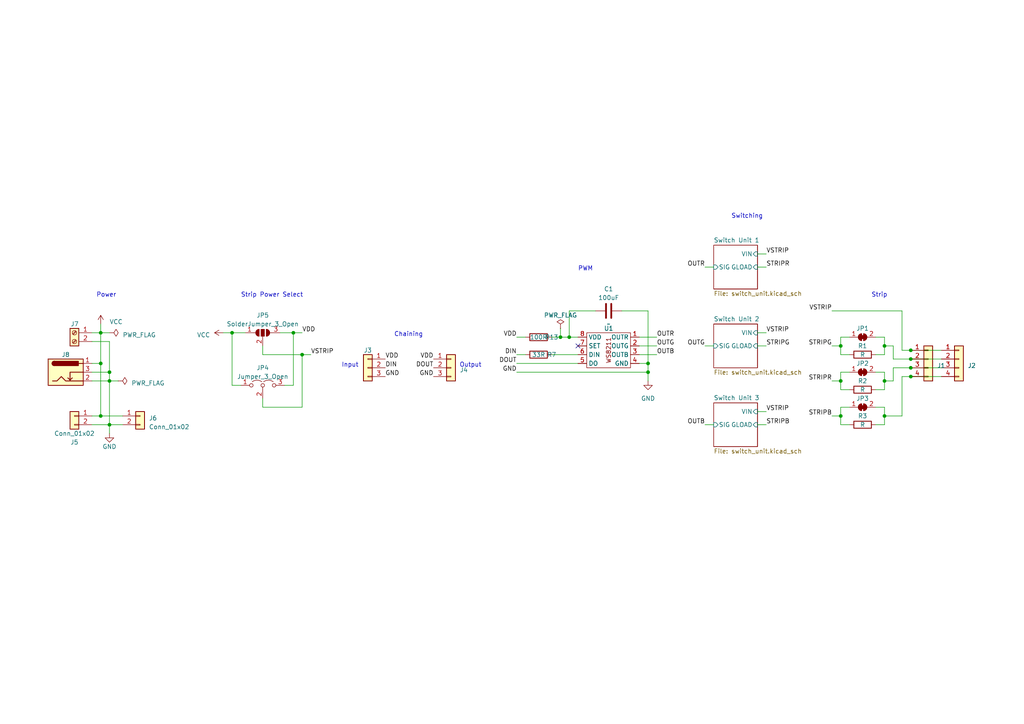
<source format=kicad_sch>
(kicad_sch (version 20230121) (generator eeschema)

  (uuid caeba6dc-40c7-4978-ae06-c328ef162ad3)

  (paper "A4")

  (lib_symbols
    (symbol "Connector:Barrel_Jack_Switch" (pin_names hide) (in_bom yes) (on_board yes)
      (property "Reference" "J" (at 0 5.334 0)
        (effects (font (size 1.27 1.27)))
      )
      (property "Value" "Barrel_Jack_Switch" (at 0 -5.08 0)
        (effects (font (size 1.27 1.27)))
      )
      (property "Footprint" "" (at 1.27 -1.016 0)
        (effects (font (size 1.27 1.27)) hide)
      )
      (property "Datasheet" "~" (at 1.27 -1.016 0)
        (effects (font (size 1.27 1.27)) hide)
      )
      (property "ki_keywords" "DC power barrel jack connector" (at 0 0 0)
        (effects (font (size 1.27 1.27)) hide)
      )
      (property "ki_description" "DC Barrel Jack with an internal switch" (at 0 0 0)
        (effects (font (size 1.27 1.27)) hide)
      )
      (property "ki_fp_filters" "BarrelJack*" (at 0 0 0)
        (effects (font (size 1.27 1.27)) hide)
      )
      (symbol "Barrel_Jack_Switch_0_1"
        (rectangle (start -5.08 3.81) (end 5.08 -3.81)
          (stroke (width 0.254) (type default))
          (fill (type background))
        )
        (arc (start -3.302 3.175) (mid -3.9343 2.54) (end -3.302 1.905)
          (stroke (width 0.254) (type default))
          (fill (type none))
        )
        (arc (start -3.302 3.175) (mid -3.9343 2.54) (end -3.302 1.905)
          (stroke (width 0.254) (type default))
          (fill (type outline))
        )
        (polyline
          (pts
            (xy 1.27 -2.286)
            (xy 1.905 -1.651)
          )
          (stroke (width 0.254) (type default))
          (fill (type none))
        )
        (polyline
          (pts
            (xy 5.08 2.54)
            (xy 3.81 2.54)
          )
          (stroke (width 0.254) (type default))
          (fill (type none))
        )
        (polyline
          (pts
            (xy 5.08 0)
            (xy 1.27 0)
            (xy 1.27 -2.286)
            (xy 0.635 -1.651)
          )
          (stroke (width 0.254) (type default))
          (fill (type none))
        )
        (polyline
          (pts
            (xy -3.81 -2.54)
            (xy -2.54 -2.54)
            (xy -1.27 -1.27)
            (xy 0 -2.54)
            (xy 2.54 -2.54)
            (xy 5.08 -2.54)
          )
          (stroke (width 0.254) (type default))
          (fill (type none))
        )
        (rectangle (start 3.683 3.175) (end -3.302 1.905)
          (stroke (width 0.254) (type default))
          (fill (type outline))
        )
      )
      (symbol "Barrel_Jack_Switch_1_1"
        (pin passive line (at 7.62 2.54 180) (length 2.54)
          (name "~" (effects (font (size 1.27 1.27))))
          (number "1" (effects (font (size 1.27 1.27))))
        )
        (pin passive line (at 7.62 -2.54 180) (length 2.54)
          (name "~" (effects (font (size 1.27 1.27))))
          (number "2" (effects (font (size 1.27 1.27))))
        )
        (pin passive line (at 7.62 0 180) (length 2.54)
          (name "~" (effects (font (size 1.27 1.27))))
          (number "3" (effects (font (size 1.27 1.27))))
        )
      )
    )
    (symbol "Connector:Screw_Terminal_01x02" (pin_names (offset 1.016) hide) (in_bom yes) (on_board yes)
      (property "Reference" "J" (at 0 2.54 0)
        (effects (font (size 1.27 1.27)))
      )
      (property "Value" "Screw_Terminal_01x02" (at 0 -5.08 0)
        (effects (font (size 1.27 1.27)))
      )
      (property "Footprint" "" (at 0 0 0)
        (effects (font (size 1.27 1.27)) hide)
      )
      (property "Datasheet" "~" (at 0 0 0)
        (effects (font (size 1.27 1.27)) hide)
      )
      (property "ki_keywords" "screw terminal" (at 0 0 0)
        (effects (font (size 1.27 1.27)) hide)
      )
      (property "ki_description" "Generic screw terminal, single row, 01x02, script generated (kicad-library-utils/schlib/autogen/connector/)" (at 0 0 0)
        (effects (font (size 1.27 1.27)) hide)
      )
      (property "ki_fp_filters" "TerminalBlock*:*" (at 0 0 0)
        (effects (font (size 1.27 1.27)) hide)
      )
      (symbol "Screw_Terminal_01x02_1_1"
        (rectangle (start -1.27 1.27) (end 1.27 -3.81)
          (stroke (width 0.254) (type default))
          (fill (type background))
        )
        (circle (center 0 -2.54) (radius 0.635)
          (stroke (width 0.1524) (type default))
          (fill (type none))
        )
        (polyline
          (pts
            (xy -0.5334 -2.2098)
            (xy 0.3302 -3.048)
          )
          (stroke (width 0.1524) (type default))
          (fill (type none))
        )
        (polyline
          (pts
            (xy -0.5334 0.3302)
            (xy 0.3302 -0.508)
          )
          (stroke (width 0.1524) (type default))
          (fill (type none))
        )
        (polyline
          (pts
            (xy -0.3556 -2.032)
            (xy 0.508 -2.8702)
          )
          (stroke (width 0.1524) (type default))
          (fill (type none))
        )
        (polyline
          (pts
            (xy -0.3556 0.508)
            (xy 0.508 -0.3302)
          )
          (stroke (width 0.1524) (type default))
          (fill (type none))
        )
        (circle (center 0 0) (radius 0.635)
          (stroke (width 0.1524) (type default))
          (fill (type none))
        )
        (pin passive line (at -5.08 0 0) (length 3.81)
          (name "Pin_1" (effects (font (size 1.27 1.27))))
          (number "1" (effects (font (size 1.27 1.27))))
        )
        (pin passive line (at -5.08 -2.54 0) (length 3.81)
          (name "Pin_2" (effects (font (size 1.27 1.27))))
          (number "2" (effects (font (size 1.27 1.27))))
        )
      )
    )
    (symbol "Connector_Generic:Conn_01x02" (pin_names (offset 1.016) hide) (in_bom yes) (on_board yes)
      (property "Reference" "J" (at 0 2.54 0)
        (effects (font (size 1.27 1.27)))
      )
      (property "Value" "Conn_01x02" (at 0 -5.08 0)
        (effects (font (size 1.27 1.27)))
      )
      (property "Footprint" "" (at 0 0 0)
        (effects (font (size 1.27 1.27)) hide)
      )
      (property "Datasheet" "~" (at 0 0 0)
        (effects (font (size 1.27 1.27)) hide)
      )
      (property "ki_keywords" "connector" (at 0 0 0)
        (effects (font (size 1.27 1.27)) hide)
      )
      (property "ki_description" "Generic connector, single row, 01x02, script generated (kicad-library-utils/schlib/autogen/connector/)" (at 0 0 0)
        (effects (font (size 1.27 1.27)) hide)
      )
      (property "ki_fp_filters" "Connector*:*_1x??_*" (at 0 0 0)
        (effects (font (size 1.27 1.27)) hide)
      )
      (symbol "Conn_01x02_1_1"
        (rectangle (start -1.27 -2.413) (end 0 -2.667)
          (stroke (width 0.1524) (type default))
          (fill (type none))
        )
        (rectangle (start -1.27 0.127) (end 0 -0.127)
          (stroke (width 0.1524) (type default))
          (fill (type none))
        )
        (rectangle (start -1.27 1.27) (end 1.27 -3.81)
          (stroke (width 0.254) (type default))
          (fill (type background))
        )
        (pin passive line (at -5.08 0 0) (length 3.81)
          (name "Pin_1" (effects (font (size 1.27 1.27))))
          (number "1" (effects (font (size 1.27 1.27))))
        )
        (pin passive line (at -5.08 -2.54 0) (length 3.81)
          (name "Pin_2" (effects (font (size 1.27 1.27))))
          (number "2" (effects (font (size 1.27 1.27))))
        )
      )
    )
    (symbol "Connector_Generic:Conn_01x03" (pin_names (offset 1.016) hide) (in_bom yes) (on_board yes)
      (property "Reference" "J" (at 0 5.08 0)
        (effects (font (size 1.27 1.27)))
      )
      (property "Value" "Conn_01x03" (at 0 -5.08 0)
        (effects (font (size 1.27 1.27)))
      )
      (property "Footprint" "" (at 0 0 0)
        (effects (font (size 1.27 1.27)) hide)
      )
      (property "Datasheet" "~" (at 0 0 0)
        (effects (font (size 1.27 1.27)) hide)
      )
      (property "ki_keywords" "connector" (at 0 0 0)
        (effects (font (size 1.27 1.27)) hide)
      )
      (property "ki_description" "Generic connector, single row, 01x03, script generated (kicad-library-utils/schlib/autogen/connector/)" (at 0 0 0)
        (effects (font (size 1.27 1.27)) hide)
      )
      (property "ki_fp_filters" "Connector*:*_1x??_*" (at 0 0 0)
        (effects (font (size 1.27 1.27)) hide)
      )
      (symbol "Conn_01x03_1_1"
        (rectangle (start -1.27 -2.413) (end 0 -2.667)
          (stroke (width 0.1524) (type default))
          (fill (type none))
        )
        (rectangle (start -1.27 0.127) (end 0 -0.127)
          (stroke (width 0.1524) (type default))
          (fill (type none))
        )
        (rectangle (start -1.27 2.667) (end 0 2.413)
          (stroke (width 0.1524) (type default))
          (fill (type none))
        )
        (rectangle (start -1.27 3.81) (end 1.27 -3.81)
          (stroke (width 0.254) (type default))
          (fill (type background))
        )
        (pin passive line (at -5.08 2.54 0) (length 3.81)
          (name "Pin_1" (effects (font (size 1.27 1.27))))
          (number "1" (effects (font (size 1.27 1.27))))
        )
        (pin passive line (at -5.08 0 0) (length 3.81)
          (name "Pin_2" (effects (font (size 1.27 1.27))))
          (number "2" (effects (font (size 1.27 1.27))))
        )
        (pin passive line (at -5.08 -2.54 0) (length 3.81)
          (name "Pin_3" (effects (font (size 1.27 1.27))))
          (number "3" (effects (font (size 1.27 1.27))))
        )
      )
    )
    (symbol "Connector_Generic:Conn_01x04" (pin_names (offset 1.016) hide) (in_bom yes) (on_board yes)
      (property "Reference" "J" (at 0 5.08 0)
        (effects (font (size 1.27 1.27)))
      )
      (property "Value" "Conn_01x04" (at 0 -7.62 0)
        (effects (font (size 1.27 1.27)))
      )
      (property "Footprint" "" (at 0 0 0)
        (effects (font (size 1.27 1.27)) hide)
      )
      (property "Datasheet" "~" (at 0 0 0)
        (effects (font (size 1.27 1.27)) hide)
      )
      (property "ki_keywords" "connector" (at 0 0 0)
        (effects (font (size 1.27 1.27)) hide)
      )
      (property "ki_description" "Generic connector, single row, 01x04, script generated (kicad-library-utils/schlib/autogen/connector/)" (at 0 0 0)
        (effects (font (size 1.27 1.27)) hide)
      )
      (property "ki_fp_filters" "Connector*:*_1x??_*" (at 0 0 0)
        (effects (font (size 1.27 1.27)) hide)
      )
      (symbol "Conn_01x04_1_1"
        (rectangle (start -1.27 -4.953) (end 0 -5.207)
          (stroke (width 0.1524) (type default))
          (fill (type none))
        )
        (rectangle (start -1.27 -2.413) (end 0 -2.667)
          (stroke (width 0.1524) (type default))
          (fill (type none))
        )
        (rectangle (start -1.27 0.127) (end 0 -0.127)
          (stroke (width 0.1524) (type default))
          (fill (type none))
        )
        (rectangle (start -1.27 2.667) (end 0 2.413)
          (stroke (width 0.1524) (type default))
          (fill (type none))
        )
        (rectangle (start -1.27 3.81) (end 1.27 -6.35)
          (stroke (width 0.254) (type default))
          (fill (type background))
        )
        (pin passive line (at -5.08 2.54 0) (length 3.81)
          (name "Pin_1" (effects (font (size 1.27 1.27))))
          (number "1" (effects (font (size 1.27 1.27))))
        )
        (pin passive line (at -5.08 0 0) (length 3.81)
          (name "Pin_2" (effects (font (size 1.27 1.27))))
          (number "2" (effects (font (size 1.27 1.27))))
        )
        (pin passive line (at -5.08 -2.54 0) (length 3.81)
          (name "Pin_3" (effects (font (size 1.27 1.27))))
          (number "3" (effects (font (size 1.27 1.27))))
        )
        (pin passive line (at -5.08 -5.08 0) (length 3.81)
          (name "Pin_4" (effects (font (size 1.27 1.27))))
          (number "4" (effects (font (size 1.27 1.27))))
        )
      )
    )
    (symbol "Custom:WS8211" (in_bom yes) (on_board yes)
      (property "Reference" "U" (at 0 0 0)
        (effects (font (size 1.27 1.27)))
      )
      (property "Value" "" (at 0 0 0)
        (effects (font (size 1.27 1.27)))
      )
      (property "Footprint" "" (at 0 0 0)
        (effects (font (size 1.27 1.27)) hide)
      )
      (property "Datasheet" "" (at 0 0 0)
        (effects (font (size 1.27 1.27)) hide)
      )
      (symbol "WS8211_0_1"
        (rectangle (start -6.35 -2.54) (end 6.35 -12.7)
          (stroke (width 0) (type default))
          (fill (type none))
        )
        (text "WS8211" (at 0 -7.62 900)
          (effects (font (size 1.27 1.27)))
        )
      )
      (symbol "WS8211_1_1"
        (pin output line (at -8.89 -3.81 0) (length 2.54)
          (name "OUTR" (effects (font (size 1.27 1.27))))
          (number "1" (effects (font (size 1.27 1.27))))
        )
        (pin output line (at -8.89 -6.35 0) (length 2.54)
          (name "OUTG" (effects (font (size 1.27 1.27))))
          (number "2" (effects (font (size 1.27 1.27))))
        )
        (pin output line (at -8.89 -8.89 0) (length 2.54)
          (name "OUTB" (effects (font (size 1.27 1.27))))
          (number "3" (effects (font (size 1.27 1.27))))
        )
        (pin power_in line (at -8.89 -11.43 0) (length 2.54)
          (name "GND" (effects (font (size 1.27 1.27))))
          (number "4" (effects (font (size 1.27 1.27))))
        )
        (pin output line (at 8.89 -11.43 180) (length 2.54)
          (name "DO" (effects (font (size 1.27 1.27))))
          (number "5" (effects (font (size 1.27 1.27))))
        )
        (pin input line (at 8.89 -8.89 180) (length 2.54)
          (name "DIN" (effects (font (size 1.27 1.27))))
          (number "6" (effects (font (size 1.27 1.27))))
        )
        (pin input line (at 8.89 -6.35 180) (length 2.54)
          (name "SET" (effects (font (size 1.27 1.27))))
          (number "7" (effects (font (size 1.27 1.27))))
        )
        (pin power_in line (at 8.89 -3.81 180) (length 2.54)
          (name "VDD" (effects (font (size 1.27 1.27))))
          (number "8" (effects (font (size 1.27 1.27))))
        )
      )
    )
    (symbol "Device:C" (pin_numbers hide) (pin_names (offset 0.254)) (in_bom yes) (on_board yes)
      (property "Reference" "C" (at 0.635 2.54 0)
        (effects (font (size 1.27 1.27)) (justify left))
      )
      (property "Value" "C" (at 0.635 -2.54 0)
        (effects (font (size 1.27 1.27)) (justify left))
      )
      (property "Footprint" "" (at 0.9652 -3.81 0)
        (effects (font (size 1.27 1.27)) hide)
      )
      (property "Datasheet" "~" (at 0 0 0)
        (effects (font (size 1.27 1.27)) hide)
      )
      (property "ki_keywords" "cap capacitor" (at 0 0 0)
        (effects (font (size 1.27 1.27)) hide)
      )
      (property "ki_description" "Unpolarized capacitor" (at 0 0 0)
        (effects (font (size 1.27 1.27)) hide)
      )
      (property "ki_fp_filters" "C_*" (at 0 0 0)
        (effects (font (size 1.27 1.27)) hide)
      )
      (symbol "C_0_1"
        (polyline
          (pts
            (xy -2.032 -0.762)
            (xy 2.032 -0.762)
          )
          (stroke (width 0.508) (type default))
          (fill (type none))
        )
        (polyline
          (pts
            (xy -2.032 0.762)
            (xy 2.032 0.762)
          )
          (stroke (width 0.508) (type default))
          (fill (type none))
        )
      )
      (symbol "C_1_1"
        (pin passive line (at 0 3.81 270) (length 2.794)
          (name "~" (effects (font (size 1.27 1.27))))
          (number "1" (effects (font (size 1.27 1.27))))
        )
        (pin passive line (at 0 -3.81 90) (length 2.794)
          (name "~" (effects (font (size 1.27 1.27))))
          (number "2" (effects (font (size 1.27 1.27))))
        )
      )
    )
    (symbol "Device:R" (pin_numbers hide) (pin_names (offset 0)) (in_bom yes) (on_board yes)
      (property "Reference" "R" (at 2.032 0 90)
        (effects (font (size 1.27 1.27)))
      )
      (property "Value" "R" (at 0 0 90)
        (effects (font (size 1.27 1.27)))
      )
      (property "Footprint" "" (at -1.778 0 90)
        (effects (font (size 1.27 1.27)) hide)
      )
      (property "Datasheet" "~" (at 0 0 0)
        (effects (font (size 1.27 1.27)) hide)
      )
      (property "ki_keywords" "R res resistor" (at 0 0 0)
        (effects (font (size 1.27 1.27)) hide)
      )
      (property "ki_description" "Resistor" (at 0 0 0)
        (effects (font (size 1.27 1.27)) hide)
      )
      (property "ki_fp_filters" "R_*" (at 0 0 0)
        (effects (font (size 1.27 1.27)) hide)
      )
      (symbol "R_0_1"
        (rectangle (start -1.016 -2.54) (end 1.016 2.54)
          (stroke (width 0.254) (type default))
          (fill (type none))
        )
      )
      (symbol "R_1_1"
        (pin passive line (at 0 3.81 270) (length 1.27)
          (name "~" (effects (font (size 1.27 1.27))))
          (number "1" (effects (font (size 1.27 1.27))))
        )
        (pin passive line (at 0 -3.81 90) (length 1.27)
          (name "~" (effects (font (size 1.27 1.27))))
          (number "2" (effects (font (size 1.27 1.27))))
        )
      )
    )
    (symbol "Jumper:Jumper_3_Open" (pin_names (offset 0) hide) (in_bom yes) (on_board yes)
      (property "Reference" "JP" (at -2.54 -2.54 0)
        (effects (font (size 1.27 1.27)))
      )
      (property "Value" "Jumper_3_Open" (at 0 2.794 0)
        (effects (font (size 1.27 1.27)))
      )
      (property "Footprint" "" (at 0 0 0)
        (effects (font (size 1.27 1.27)) hide)
      )
      (property "Datasheet" "~" (at 0 0 0)
        (effects (font (size 1.27 1.27)) hide)
      )
      (property "ki_keywords" "Jumper SPDT" (at 0 0 0)
        (effects (font (size 1.27 1.27)) hide)
      )
      (property "ki_description" "Jumper, 3-pole, both open" (at 0 0 0)
        (effects (font (size 1.27 1.27)) hide)
      )
      (property "ki_fp_filters" "Jumper* TestPoint*3Pads* TestPoint*Bridge*" (at 0 0 0)
        (effects (font (size 1.27 1.27)) hide)
      )
      (symbol "Jumper_3_Open_0_0"
        (circle (center -3.302 0) (radius 0.508)
          (stroke (width 0) (type default))
          (fill (type none))
        )
        (circle (center 0 0) (radius 0.508)
          (stroke (width 0) (type default))
          (fill (type none))
        )
        (circle (center 3.302 0) (radius 0.508)
          (stroke (width 0) (type default))
          (fill (type none))
        )
      )
      (symbol "Jumper_3_Open_0_1"
        (arc (start -0.254 1.016) (mid -1.651 1.4992) (end -3.048 1.016)
          (stroke (width 0) (type default))
          (fill (type none))
        )
        (polyline
          (pts
            (xy 0 -0.508)
            (xy 0 -1.27)
          )
          (stroke (width 0) (type default))
          (fill (type none))
        )
        (arc (start 3.048 1.016) (mid 1.651 1.4992) (end 0.254 1.016)
          (stroke (width 0) (type default))
          (fill (type none))
        )
      )
      (symbol "Jumper_3_Open_1_1"
        (pin passive line (at -6.35 0 0) (length 2.54)
          (name "A" (effects (font (size 1.27 1.27))))
          (number "1" (effects (font (size 1.27 1.27))))
        )
        (pin passive line (at 0 -3.81 90) (length 2.54)
          (name "C" (effects (font (size 1.27 1.27))))
          (number "2" (effects (font (size 1.27 1.27))))
        )
        (pin passive line (at 6.35 0 180) (length 2.54)
          (name "B" (effects (font (size 1.27 1.27))))
          (number "3" (effects (font (size 1.27 1.27))))
        )
      )
    )
    (symbol "Jumper:SolderJumper_2_Bridged" (pin_names (offset 0) hide) (in_bom yes) (on_board yes)
      (property "Reference" "JP" (at 0 2.032 0)
        (effects (font (size 1.27 1.27)))
      )
      (property "Value" "SolderJumper_2_Bridged" (at 0 -2.54 0)
        (effects (font (size 1.27 1.27)))
      )
      (property "Footprint" "" (at 0 0 0)
        (effects (font (size 1.27 1.27)) hide)
      )
      (property "Datasheet" "~" (at 0 0 0)
        (effects (font (size 1.27 1.27)) hide)
      )
      (property "ki_keywords" "solder jumper SPST" (at 0 0 0)
        (effects (font (size 1.27 1.27)) hide)
      )
      (property "ki_description" "Solder Jumper, 2-pole, closed/bridged" (at 0 0 0)
        (effects (font (size 1.27 1.27)) hide)
      )
      (property "ki_fp_filters" "SolderJumper*Bridged*" (at 0 0 0)
        (effects (font (size 1.27 1.27)) hide)
      )
      (symbol "SolderJumper_2_Bridged_0_1"
        (rectangle (start -0.508 0.508) (end 0.508 -0.508)
          (stroke (width 0) (type default))
          (fill (type outline))
        )
        (arc (start -0.254 1.016) (mid -1.2656 0) (end -0.254 -1.016)
          (stroke (width 0) (type default))
          (fill (type none))
        )
        (arc (start -0.254 1.016) (mid -1.2656 0) (end -0.254 -1.016)
          (stroke (width 0) (type default))
          (fill (type outline))
        )
        (polyline
          (pts
            (xy -0.254 1.016)
            (xy -0.254 -1.016)
          )
          (stroke (width 0) (type default))
          (fill (type none))
        )
        (polyline
          (pts
            (xy 0.254 1.016)
            (xy 0.254 -1.016)
          )
          (stroke (width 0) (type default))
          (fill (type none))
        )
        (arc (start 0.254 -1.016) (mid 1.2656 0) (end 0.254 1.016)
          (stroke (width 0) (type default))
          (fill (type none))
        )
        (arc (start 0.254 -1.016) (mid 1.2656 0) (end 0.254 1.016)
          (stroke (width 0) (type default))
          (fill (type outline))
        )
      )
      (symbol "SolderJumper_2_Bridged_1_1"
        (pin passive line (at -3.81 0 0) (length 2.54)
          (name "A" (effects (font (size 1.27 1.27))))
          (number "1" (effects (font (size 1.27 1.27))))
        )
        (pin passive line (at 3.81 0 180) (length 2.54)
          (name "B" (effects (font (size 1.27 1.27))))
          (number "2" (effects (font (size 1.27 1.27))))
        )
      )
    )
    (symbol "Jumper:SolderJumper_3_Open" (pin_names (offset 0) hide) (in_bom yes) (on_board yes)
      (property "Reference" "JP" (at -2.54 -2.54 0)
        (effects (font (size 1.27 1.27)))
      )
      (property "Value" "SolderJumper_3_Open" (at 0 2.794 0)
        (effects (font (size 1.27 1.27)))
      )
      (property "Footprint" "" (at 0 0 0)
        (effects (font (size 1.27 1.27)) hide)
      )
      (property "Datasheet" "~" (at 0 0 0)
        (effects (font (size 1.27 1.27)) hide)
      )
      (property "ki_keywords" "Solder Jumper SPDT" (at 0 0 0)
        (effects (font (size 1.27 1.27)) hide)
      )
      (property "ki_description" "Solder Jumper, 3-pole, open" (at 0 0 0)
        (effects (font (size 1.27 1.27)) hide)
      )
      (property "ki_fp_filters" "SolderJumper*Open*" (at 0 0 0)
        (effects (font (size 1.27 1.27)) hide)
      )
      (symbol "SolderJumper_3_Open_0_1"
        (arc (start -1.016 1.016) (mid -2.0276 0) (end -1.016 -1.016)
          (stroke (width 0) (type default))
          (fill (type none))
        )
        (arc (start -1.016 1.016) (mid -2.0276 0) (end -1.016 -1.016)
          (stroke (width 0) (type default))
          (fill (type outline))
        )
        (rectangle (start -0.508 1.016) (end 0.508 -1.016)
          (stroke (width 0) (type default))
          (fill (type outline))
        )
        (polyline
          (pts
            (xy -2.54 0)
            (xy -2.032 0)
          )
          (stroke (width 0) (type default))
          (fill (type none))
        )
        (polyline
          (pts
            (xy -1.016 1.016)
            (xy -1.016 -1.016)
          )
          (stroke (width 0) (type default))
          (fill (type none))
        )
        (polyline
          (pts
            (xy 0 -1.27)
            (xy 0 -1.016)
          )
          (stroke (width 0) (type default))
          (fill (type none))
        )
        (polyline
          (pts
            (xy 1.016 1.016)
            (xy 1.016 -1.016)
          )
          (stroke (width 0) (type default))
          (fill (type none))
        )
        (polyline
          (pts
            (xy 2.54 0)
            (xy 2.032 0)
          )
          (stroke (width 0) (type default))
          (fill (type none))
        )
        (arc (start 1.016 -1.016) (mid 2.0276 0) (end 1.016 1.016)
          (stroke (width 0) (type default))
          (fill (type none))
        )
        (arc (start 1.016 -1.016) (mid 2.0276 0) (end 1.016 1.016)
          (stroke (width 0) (type default))
          (fill (type outline))
        )
      )
      (symbol "SolderJumper_3_Open_1_1"
        (pin passive line (at -5.08 0 0) (length 2.54)
          (name "A" (effects (font (size 1.27 1.27))))
          (number "1" (effects (font (size 1.27 1.27))))
        )
        (pin passive line (at 0 -3.81 90) (length 2.54)
          (name "C" (effects (font (size 1.27 1.27))))
          (number "2" (effects (font (size 1.27 1.27))))
        )
        (pin passive line (at 5.08 0 180) (length 2.54)
          (name "B" (effects (font (size 1.27 1.27))))
          (number "3" (effects (font (size 1.27 1.27))))
        )
      )
    )
    (symbol "power:GND" (power) (pin_names (offset 0)) (in_bom yes) (on_board yes)
      (property "Reference" "#PWR" (at 0 -6.35 0)
        (effects (font (size 1.27 1.27)) hide)
      )
      (property "Value" "GND" (at 0 -3.81 0)
        (effects (font (size 1.27 1.27)))
      )
      (property "Footprint" "" (at 0 0 0)
        (effects (font (size 1.27 1.27)) hide)
      )
      (property "Datasheet" "" (at 0 0 0)
        (effects (font (size 1.27 1.27)) hide)
      )
      (property "ki_keywords" "global power" (at 0 0 0)
        (effects (font (size 1.27 1.27)) hide)
      )
      (property "ki_description" "Power symbol creates a global label with name \"GND\" , ground" (at 0 0 0)
        (effects (font (size 1.27 1.27)) hide)
      )
      (symbol "GND_0_1"
        (polyline
          (pts
            (xy 0 0)
            (xy 0 -1.27)
            (xy 1.27 -1.27)
            (xy 0 -2.54)
            (xy -1.27 -1.27)
            (xy 0 -1.27)
          )
          (stroke (width 0) (type default))
          (fill (type none))
        )
      )
      (symbol "GND_1_1"
        (pin power_in line (at 0 0 270) (length 0) hide
          (name "GND" (effects (font (size 1.27 1.27))))
          (number "1" (effects (font (size 1.27 1.27))))
        )
      )
    )
    (symbol "power:PWR_FLAG" (power) (pin_numbers hide) (pin_names (offset 0) hide) (in_bom yes) (on_board yes)
      (property "Reference" "#FLG" (at 0 1.905 0)
        (effects (font (size 1.27 1.27)) hide)
      )
      (property "Value" "PWR_FLAG" (at 0 3.81 0)
        (effects (font (size 1.27 1.27)))
      )
      (property "Footprint" "" (at 0 0 0)
        (effects (font (size 1.27 1.27)) hide)
      )
      (property "Datasheet" "~" (at 0 0 0)
        (effects (font (size 1.27 1.27)) hide)
      )
      (property "ki_keywords" "flag power" (at 0 0 0)
        (effects (font (size 1.27 1.27)) hide)
      )
      (property "ki_description" "Special symbol for telling ERC where power comes from" (at 0 0 0)
        (effects (font (size 1.27 1.27)) hide)
      )
      (symbol "PWR_FLAG_0_0"
        (pin power_out line (at 0 0 90) (length 0)
          (name "pwr" (effects (font (size 1.27 1.27))))
          (number "1" (effects (font (size 1.27 1.27))))
        )
      )
      (symbol "PWR_FLAG_0_1"
        (polyline
          (pts
            (xy 0 0)
            (xy 0 1.27)
            (xy -1.016 1.905)
            (xy 0 2.54)
            (xy 1.016 1.905)
            (xy 0 1.27)
          )
          (stroke (width 0) (type default))
          (fill (type none))
        )
      )
    )
    (symbol "power:VCC" (power) (pin_names (offset 0)) (in_bom yes) (on_board yes)
      (property "Reference" "#PWR" (at 0 -3.81 0)
        (effects (font (size 1.27 1.27)) hide)
      )
      (property "Value" "VCC" (at 0 3.81 0)
        (effects (font (size 1.27 1.27)))
      )
      (property "Footprint" "" (at 0 0 0)
        (effects (font (size 1.27 1.27)) hide)
      )
      (property "Datasheet" "" (at 0 0 0)
        (effects (font (size 1.27 1.27)) hide)
      )
      (property "ki_keywords" "global power" (at 0 0 0)
        (effects (font (size 1.27 1.27)) hide)
      )
      (property "ki_description" "Power symbol creates a global label with name \"VCC\"" (at 0 0 0)
        (effects (font (size 1.27 1.27)) hide)
      )
      (symbol "VCC_0_1"
        (polyline
          (pts
            (xy -0.762 1.27)
            (xy 0 2.54)
          )
          (stroke (width 0) (type default))
          (fill (type none))
        )
        (polyline
          (pts
            (xy 0 0)
            (xy 0 2.54)
          )
          (stroke (width 0) (type default))
          (fill (type none))
        )
        (polyline
          (pts
            (xy 0 2.54)
            (xy 0.762 1.27)
          )
          (stroke (width 0) (type default))
          (fill (type none))
        )
      )
      (symbol "VCC_1_1"
        (pin power_in line (at 0 0 90) (length 0) hide
          (name "VCC" (effects (font (size 1.27 1.27))))
          (number "1" (effects (font (size 1.27 1.27))))
        )
      )
    )
  )

  (junction (at 264.16 109.22) (diameter 0) (color 0 0 0 0)
    (uuid 0e5925c9-d406-47ca-a2dc-37d19413c7c7)
  )
  (junction (at 67.31 96.52) (diameter 0) (color 0 0 0 0)
    (uuid 2207cf93-37fd-4eda-bbff-4738fee1ef48)
  )
  (junction (at 243.84 100.33) (diameter 0) (color 0 0 0 0)
    (uuid 2393daf7-bf5d-4e68-8114-f95872c06281)
  )
  (junction (at 162.56 97.79) (diameter 0) (color 0 0 0 0)
    (uuid 314c0f0b-42fe-41eb-998e-39fe38530437)
  )
  (junction (at 256.54 100.33) (diameter 0) (color 0 0 0 0)
    (uuid 555966b2-6c0e-4ac7-b033-ff4b452026c6)
  )
  (junction (at 264.16 101.6) (diameter 0) (color 0 0 0 0)
    (uuid 747626b9-9116-4d45-a165-1b417bdc8282)
  )
  (junction (at 165.1 97.79) (diameter 0) (color 0 0 0 0)
    (uuid 76ead242-bb12-4ab7-b625-cef761d2935f)
  )
  (junction (at 256.54 120.65) (diameter 0) (color 0 0 0 0)
    (uuid 7d0aaffb-fe07-40ca-94a4-3076833a36c3)
  )
  (junction (at 187.96 105.41) (diameter 0) (color 0 0 0 0)
    (uuid 9581eeb7-deac-4302-bb0c-daade68bd2dc)
  )
  (junction (at 29.21 120.65) (diameter 0) (color 0 0 0 0)
    (uuid 97a3b422-51b6-465d-9501-08cf75f5c932)
  )
  (junction (at 264.16 104.14) (diameter 0) (color 0 0 0 0)
    (uuid 9aa860a8-502e-42a2-a25c-cb090b8d4bdc)
  )
  (junction (at 187.96 107.95) (diameter 0) (color 0 0 0 0)
    (uuid 9e28e8bc-9903-4a16-b92b-5161f66ae3ae)
  )
  (junction (at 243.84 110.49) (diameter 0) (color 0 0 0 0)
    (uuid a565430d-032b-4337-ad0b-0491dd3933d6)
  )
  (junction (at 243.84 120.65) (diameter 0) (color 0 0 0 0)
    (uuid afe25bcb-28ed-4784-8360-1077c1812fb6)
  )
  (junction (at 31.75 107.95) (diameter 0) (color 0 0 0 0)
    (uuid b956f0aa-54de-4e88-8fbd-38de652a2133)
  )
  (junction (at 264.16 106.68) (diameter 0) (color 0 0 0 0)
    (uuid bca9a160-59c2-42bc-97e3-424c29200c3c)
  )
  (junction (at 85.09 96.52) (diameter 0) (color 0 0 0 0)
    (uuid c4744b20-2aea-4427-8116-4ebd921b72c6)
  )
  (junction (at 29.21 96.52) (diameter 0) (color 0 0 0 0)
    (uuid c4c32f6f-36c5-43e5-a424-70ffe0f86ab7)
  )
  (junction (at 31.75 123.19) (diameter 0) (color 0 0 0 0)
    (uuid d0913733-1102-4714-a80b-6dba3080fbc2)
  )
  (junction (at 256.54 110.49) (diameter 0) (color 0 0 0 0)
    (uuid e9804999-a28d-4044-bb1f-20cf3b4c04f6)
  )
  (junction (at 29.21 105.41) (diameter 0) (color 0 0 0 0)
    (uuid ed53c3b8-3d3a-4f54-be2f-8fd96e2a2285)
  )
  (junction (at 87.63 102.87) (diameter 0) (color 0 0 0 0)
    (uuid ee2b079a-3079-43bd-8c1a-264464b86331)
  )
  (junction (at 31.75 110.49) (diameter 0) (color 0 0 0 0)
    (uuid f55bb3c2-ca5b-4c77-8d4d-469c64c5dc0c)
  )

  (no_connect (at 167.64 100.33) (uuid 836d11a4-97fb-4b1b-97e9-e4b2df895272))

  (wire (pts (xy 82.55 111.76) (xy 85.09 111.76))
    (stroke (width 0) (type default))
    (uuid 0177ccf9-a1c5-4a3d-8b88-1e4251aaa0c7)
  )
  (wire (pts (xy 241.3 120.65) (xy 243.84 120.65))
    (stroke (width 0) (type default))
    (uuid 02b545fc-b692-4045-b3bd-6f2e182dc448)
  )
  (wire (pts (xy 243.84 107.95) (xy 243.84 110.49))
    (stroke (width 0) (type default))
    (uuid 03c03e73-e21f-4010-9873-fde3ca3fd49d)
  )
  (wire (pts (xy 190.5 102.87) (xy 185.42 102.87))
    (stroke (width 0) (type default))
    (uuid 03e1285c-c018-497b-ab12-029ec9c72dd4)
  )
  (wire (pts (xy 273.05 109.22) (xy 264.16 109.22))
    (stroke (width 0) (type default))
    (uuid 049f776f-278b-4576-9e31-ee1d32187dc8)
  )
  (wire (pts (xy 76.2 118.11) (xy 76.2 115.57))
    (stroke (width 0) (type default))
    (uuid 0656b685-f3b0-440e-a6d8-a96be7eb37a0)
  )
  (wire (pts (xy 187.96 105.41) (xy 185.42 105.41))
    (stroke (width 0) (type default))
    (uuid 08689420-be7e-413c-bdc5-1c1865d30c62)
  )
  (wire (pts (xy 187.96 107.95) (xy 187.96 110.49))
    (stroke (width 0) (type default))
    (uuid 0ffd4a85-c8e5-47ed-8c75-c9af4f8a06f9)
  )
  (wire (pts (xy 29.21 120.65) (xy 35.56 120.65))
    (stroke (width 0) (type default))
    (uuid 119ec1e5-3bf4-42c5-b3e8-ed86f48bb91a)
  )
  (wire (pts (xy 152.4 102.87) (xy 149.86 102.87))
    (stroke (width 0) (type default))
    (uuid 1215ee31-6c8c-4146-90d7-67af9c6c1028)
  )
  (wire (pts (xy 87.63 118.11) (xy 76.2 118.11))
    (stroke (width 0) (type default))
    (uuid 1299a801-5e4e-4a4e-bed8-f45a5fbd8cb2)
  )
  (wire (pts (xy 273.05 106.68) (xy 264.16 106.68))
    (stroke (width 0) (type default))
    (uuid 163c88a7-3497-4a54-82f2-8a1cc50b7bfe)
  )
  (wire (pts (xy 31.75 96.52) (xy 29.21 96.52))
    (stroke (width 0) (type default))
    (uuid 16a81241-179c-48de-9755-8becfcf6cf73)
  )
  (wire (pts (xy 149.86 97.79) (xy 152.4 97.79))
    (stroke (width 0) (type default))
    (uuid 16d1c164-dcf5-4835-84c8-b68376c4117d)
  )
  (wire (pts (xy 254 102.87) (xy 256.54 102.87))
    (stroke (width 0) (type default))
    (uuid 1b4b9dba-305f-4d81-be19-fb875772f199)
  )
  (wire (pts (xy 29.21 105.41) (xy 29.21 96.52))
    (stroke (width 0) (type default))
    (uuid 204f6f0d-5031-479b-93e6-94f899e3d50e)
  )
  (wire (pts (xy 254 97.79) (xy 256.54 97.79))
    (stroke (width 0) (type default))
    (uuid 24d4a24b-16b6-4b33-9691-86e5e0963677)
  )
  (wire (pts (xy 243.84 100.33) (xy 243.84 102.87))
    (stroke (width 0) (type default))
    (uuid 24efc56c-6e9f-4b3a-9145-2aa95297c818)
  )
  (wire (pts (xy 241.3 110.49) (xy 243.84 110.49))
    (stroke (width 0) (type default))
    (uuid 27911487-30d3-48d1-a30b-420543fc3410)
  )
  (wire (pts (xy 254 118.11) (xy 256.54 118.11))
    (stroke (width 0) (type default))
    (uuid 282fe358-b3ce-43d3-b427-e4c748016aa3)
  )
  (wire (pts (xy 26.67 105.41) (xy 29.21 105.41))
    (stroke (width 0) (type default))
    (uuid 2bc751b8-2f94-4d4d-a1cc-c816a0fc9ee1)
  )
  (wire (pts (xy 64.77 96.52) (xy 67.31 96.52))
    (stroke (width 0) (type default))
    (uuid 2bde9574-2768-4b63-9507-d1b6993b2bdb)
  )
  (wire (pts (xy 31.75 123.19) (xy 31.75 110.49))
    (stroke (width 0) (type default))
    (uuid 2c525fd6-f26b-4ce5-b763-8173713f0e0d)
  )
  (wire (pts (xy 34.29 110.49) (xy 31.75 110.49))
    (stroke (width 0) (type default))
    (uuid 307f8e2a-d756-4ce7-866a-687d4f244a76)
  )
  (wire (pts (xy 254 107.95) (xy 256.54 107.95))
    (stroke (width 0) (type default))
    (uuid 32039dbd-f4b8-4bac-b397-5e19d3c052e0)
  )
  (wire (pts (xy 243.84 118.11) (xy 243.84 120.65))
    (stroke (width 0) (type default))
    (uuid 33955460-ff11-41b7-807f-1d7b2303dd62)
  )
  (wire (pts (xy 256.54 120.65) (xy 256.54 118.11))
    (stroke (width 0) (type default))
    (uuid 37443e25-8953-418c-b5ea-5790ae3b97cb)
  )
  (wire (pts (xy 256.54 102.87) (xy 256.54 100.33))
    (stroke (width 0) (type default))
    (uuid 3e996a51-adb9-4799-8471-f5a575f66bc4)
  )
  (wire (pts (xy 149.86 107.95) (xy 187.96 107.95))
    (stroke (width 0) (type default))
    (uuid 413e78bf-e5fa-431f-ac6c-e00efa2bba04)
  )
  (wire (pts (xy 29.21 120.65) (xy 29.21 105.41))
    (stroke (width 0) (type default))
    (uuid 42833834-cd1a-41be-906d-20fcb50fade8)
  )
  (wire (pts (xy 241.3 90.17) (xy 261.62 90.17))
    (stroke (width 0) (type default))
    (uuid 42ab53df-d09f-4b57-afa5-d95a261a0c6d)
  )
  (wire (pts (xy 246.38 107.95) (xy 243.84 107.95))
    (stroke (width 0) (type default))
    (uuid 45356588-5765-4033-a5d2-850e8bddebca)
  )
  (wire (pts (xy 246.38 118.11) (xy 243.84 118.11))
    (stroke (width 0) (type default))
    (uuid 461d83a2-0612-411e-a8cb-6839b4c7c54f)
  )
  (wire (pts (xy 149.86 105.41) (xy 167.64 105.41))
    (stroke (width 0) (type default))
    (uuid 4665d8b9-db0f-47fb-99ac-6323d5d3e792)
  )
  (wire (pts (xy 29.21 93.98) (xy 29.21 96.52))
    (stroke (width 0) (type default))
    (uuid 47c36dd9-d82b-4f38-beca-eac7ca774515)
  )
  (wire (pts (xy 254 123.19) (xy 256.54 123.19))
    (stroke (width 0) (type default))
    (uuid 491ad2cc-4dc6-4a58-91ed-755567233117)
  )
  (wire (pts (xy 187.96 90.17) (xy 187.96 105.41))
    (stroke (width 0) (type default))
    (uuid 496e9826-2c9c-4104-b681-62b249a4c981)
  )
  (wire (pts (xy 190.5 100.33) (xy 185.42 100.33))
    (stroke (width 0) (type default))
    (uuid 4c99d79e-ca62-4231-8a00-c8e44f5bd679)
  )
  (wire (pts (xy 29.21 96.52) (xy 26.67 96.52))
    (stroke (width 0) (type default))
    (uuid 4dd0f1a2-d5bf-4b3a-844c-ef9920a3a7e5)
  )
  (wire (pts (xy 259.08 100.33) (xy 259.08 104.14))
    (stroke (width 0) (type default))
    (uuid 4f15e40a-9c47-4aa8-91cd-188840d08736)
  )
  (wire (pts (xy 256.54 110.49) (xy 259.08 110.49))
    (stroke (width 0) (type default))
    (uuid 5093bae9-52df-4994-907f-0374e5d5a525)
  )
  (wire (pts (xy 204.47 77.47) (xy 207.01 77.47))
    (stroke (width 0) (type default))
    (uuid 524c452a-a11b-4390-bde2-c7f196674b60)
  )
  (wire (pts (xy 273.05 104.14) (xy 264.16 104.14))
    (stroke (width 0) (type default))
    (uuid 531b39a9-2de7-4aaf-add4-4d26e1a84ce8)
  )
  (wire (pts (xy 31.75 123.19) (xy 35.56 123.19))
    (stroke (width 0) (type default))
    (uuid 54932fea-26c5-4e18-96eb-a29d7c8f5486)
  )
  (wire (pts (xy 87.63 102.87) (xy 87.63 118.11))
    (stroke (width 0) (type default))
    (uuid 572e5b9a-fb95-4f21-a029-70b6c0bb4594)
  )
  (wire (pts (xy 172.72 90.17) (xy 165.1 90.17))
    (stroke (width 0) (type default))
    (uuid 5734edaf-e4cb-4f27-a4df-914f9fe66344)
  )
  (wire (pts (xy 254 113.03) (xy 256.54 113.03))
    (stroke (width 0) (type default))
    (uuid 5862659f-2f5d-4cf3-8b23-ac7d140a9c41)
  )
  (wire (pts (xy 243.84 110.49) (xy 243.84 113.03))
    (stroke (width 0) (type default))
    (uuid 5cfe3e8a-8638-48f1-8eed-0811f5912098)
  )
  (wire (pts (xy 187.96 107.95) (xy 187.96 105.41))
    (stroke (width 0) (type default))
    (uuid 60b41bdd-ab3e-40fb-aaea-74a3c8ee00cf)
  )
  (wire (pts (xy 243.84 113.03) (xy 246.38 113.03))
    (stroke (width 0) (type default))
    (uuid 62323be0-b990-4927-a7d3-f10e8d7133dd)
  )
  (wire (pts (xy 31.75 110.49) (xy 31.75 107.95))
    (stroke (width 0) (type default))
    (uuid 6690bd19-7d1c-496f-97f2-3b6d78f59dc3)
  )
  (wire (pts (xy 204.47 100.33) (xy 207.01 100.33))
    (stroke (width 0) (type default))
    (uuid 71d60704-eadb-4a88-b45d-d160095560fe)
  )
  (wire (pts (xy 85.09 111.76) (xy 85.09 96.52))
    (stroke (width 0) (type default))
    (uuid 736202ed-266f-40a5-a55b-57a2a0460330)
  )
  (wire (pts (xy 67.31 111.76) (xy 67.31 96.52))
    (stroke (width 0) (type default))
    (uuid 789acc47-e682-4ea3-bee2-e87bb2809387)
  )
  (wire (pts (xy 69.85 111.76) (xy 67.31 111.76))
    (stroke (width 0) (type default))
    (uuid 7a514469-0118-45c2-8edd-6b7168fd28cb)
  )
  (wire (pts (xy 26.67 107.95) (xy 31.75 107.95))
    (stroke (width 0) (type default))
    (uuid 7f6cb3bb-c005-48b1-b783-a1c757a3bbc6)
  )
  (wire (pts (xy 243.84 102.87) (xy 246.38 102.87))
    (stroke (width 0) (type default))
    (uuid 8ae4d34c-6008-4a05-a242-2540ed2dbe02)
  )
  (wire (pts (xy 219.71 73.66) (xy 222.25 73.66))
    (stroke (width 0) (type default))
    (uuid 8e4d8c26-8ffc-482a-9f1a-fe7ddf8e75b9)
  )
  (wire (pts (xy 261.62 101.6) (xy 261.62 90.17))
    (stroke (width 0) (type default))
    (uuid 8f036888-2c69-4ca9-92e8-495cee731781)
  )
  (wire (pts (xy 85.09 96.52) (xy 87.63 96.52))
    (stroke (width 0) (type default))
    (uuid 8fdeb5eb-f018-4b86-ae1d-28800de16a5d)
  )
  (wire (pts (xy 273.05 101.6) (xy 264.16 101.6))
    (stroke (width 0) (type default))
    (uuid 9110c84b-46e7-4325-8f30-8a8dbb40fae1)
  )
  (wire (pts (xy 31.75 99.06) (xy 31.75 107.95))
    (stroke (width 0) (type default))
    (uuid 97affcb5-6730-4764-b898-489278f76847)
  )
  (wire (pts (xy 243.84 120.65) (xy 243.84 123.19))
    (stroke (width 0) (type default))
    (uuid 97c0631b-fedc-4a0c-9faa-b8f868f183fc)
  )
  (wire (pts (xy 243.84 97.79) (xy 243.84 100.33))
    (stroke (width 0) (type default))
    (uuid 97edd5b1-3fc6-4f90-8f1d-45aed7f99a56)
  )
  (wire (pts (xy 165.1 90.17) (xy 165.1 97.79))
    (stroke (width 0) (type default))
    (uuid 982b8c54-1863-41a0-961b-ebca2fa501f2)
  )
  (wire (pts (xy 26.67 120.65) (xy 29.21 120.65))
    (stroke (width 0) (type default))
    (uuid 9a0029c6-1f04-4da8-95e0-13f2930b678e)
  )
  (wire (pts (xy 264.16 106.68) (xy 259.08 106.68))
    (stroke (width 0) (type default))
    (uuid 9e824d84-8fdb-4b34-90b3-53b380c6fd74)
  )
  (wire (pts (xy 76.2 102.87) (xy 87.63 102.87))
    (stroke (width 0) (type default))
    (uuid a0b4eabc-1e4d-4fa2-ad04-3146c0bb017b)
  )
  (wire (pts (xy 162.56 95.25) (xy 162.56 97.79))
    (stroke (width 0) (type default))
    (uuid a2a65a8e-9446-43a6-acbe-17d4c3141697)
  )
  (wire (pts (xy 67.31 96.52) (xy 71.12 96.52))
    (stroke (width 0) (type default))
    (uuid a7d0e090-e74b-40ad-8795-90d3603a1f39)
  )
  (wire (pts (xy 256.54 100.33) (xy 259.08 100.33))
    (stroke (width 0) (type default))
    (uuid b32b8ac4-9ecf-4021-ad79-796cb826da2f)
  )
  (wire (pts (xy 264.16 104.14) (xy 259.08 104.14))
    (stroke (width 0) (type default))
    (uuid b3c9e8cc-f56b-4b9f-9eab-32ad96ba930f)
  )
  (wire (pts (xy 241.3 100.33) (xy 243.84 100.33))
    (stroke (width 0) (type default))
    (uuid b5d1ef57-7f5c-469f-8126-896cd571fdbd)
  )
  (wire (pts (xy 26.67 110.49) (xy 31.75 110.49))
    (stroke (width 0) (type default))
    (uuid b99cd5b0-fe23-46fa-a882-0a3e7d36684f)
  )
  (wire (pts (xy 246.38 97.79) (xy 243.84 97.79))
    (stroke (width 0) (type default))
    (uuid bc295a04-3858-4123-a738-22803e17473d)
  )
  (wire (pts (xy 219.71 77.47) (xy 222.25 77.47))
    (stroke (width 0) (type default))
    (uuid be37522c-d377-490d-a0da-5e577a5cfa5e)
  )
  (wire (pts (xy 26.67 99.06) (xy 31.75 99.06))
    (stroke (width 0) (type default))
    (uuid be6a506f-693c-45d2-9452-0dbff68f1332)
  )
  (wire (pts (xy 261.62 101.6) (xy 264.16 101.6))
    (stroke (width 0) (type default))
    (uuid c4c8b492-9f3f-4f57-98d6-e8a4beb2cb47)
  )
  (wire (pts (xy 256.54 120.65) (xy 261.62 120.65))
    (stroke (width 0) (type default))
    (uuid c561bd94-defc-4870-9cb6-bf9bfbe99b31)
  )
  (wire (pts (xy 256.54 110.49) (xy 256.54 107.95))
    (stroke (width 0) (type default))
    (uuid c6254105-0717-4e39-88f8-199fa6d96122)
  )
  (wire (pts (xy 76.2 102.87) (xy 76.2 100.33))
    (stroke (width 0) (type default))
    (uuid c985d660-4fda-4f7f-94bc-2ee01b9681be)
  )
  (wire (pts (xy 26.67 123.19) (xy 31.75 123.19))
    (stroke (width 0) (type default))
    (uuid cd995563-3e68-4114-9126-e30256c16e99)
  )
  (wire (pts (xy 180.34 90.17) (xy 187.96 90.17))
    (stroke (width 0) (type default))
    (uuid cdd3fce3-630a-44e1-889b-27ba0326feb7)
  )
  (wire (pts (xy 162.56 97.79) (xy 165.1 97.79))
    (stroke (width 0) (type default))
    (uuid d34d915e-5411-4c24-8721-a38b3cea4d84)
  )
  (wire (pts (xy 190.5 97.79) (xy 185.42 97.79))
    (stroke (width 0) (type default))
    (uuid d5193700-3ed2-489c-bcbd-59fb408377b1)
  )
  (wire (pts (xy 261.62 109.22) (xy 264.16 109.22))
    (stroke (width 0) (type default))
    (uuid e0b4bbd9-1df2-4349-9411-83c86f925775)
  )
  (wire (pts (xy 219.71 123.19) (xy 222.25 123.19))
    (stroke (width 0) (type default))
    (uuid e27fdfcb-398f-4e12-8d94-a7a233a69659)
  )
  (wire (pts (xy 162.56 97.79) (xy 160.02 97.79))
    (stroke (width 0) (type default))
    (uuid e328c8b8-6130-4f7b-a4a2-9976723634c6)
  )
  (wire (pts (xy 219.71 119.38) (xy 222.25 119.38))
    (stroke (width 0) (type default))
    (uuid e5413a9a-f67d-4388-91d8-8204474947fc)
  )
  (wire (pts (xy 256.54 113.03) (xy 256.54 110.49))
    (stroke (width 0) (type default))
    (uuid e6161d97-8026-4fbe-8f7f-292ded909f51)
  )
  (wire (pts (xy 259.08 106.68) (xy 259.08 110.49))
    (stroke (width 0) (type default))
    (uuid e6506707-bdda-4ae7-b504-2e8b05b19991)
  )
  (wire (pts (xy 204.47 123.19) (xy 207.01 123.19))
    (stroke (width 0) (type default))
    (uuid e880a451-61f0-401d-b527-35d9ab6bf98c)
  )
  (wire (pts (xy 87.63 102.87) (xy 90.17 102.87))
    (stroke (width 0) (type default))
    (uuid e890a5a8-b64a-4ac3-9b1d-bf471859f14e)
  )
  (wire (pts (xy 256.54 100.33) (xy 256.54 97.79))
    (stroke (width 0) (type default))
    (uuid ea089db6-b0c1-411c-aa23-aaae58bace96)
  )
  (wire (pts (xy 256.54 123.19) (xy 256.54 120.65))
    (stroke (width 0) (type default))
    (uuid f0807f17-002a-42d9-b702-d3a910cdd5bc)
  )
  (wire (pts (xy 165.1 97.79) (xy 167.64 97.79))
    (stroke (width 0) (type default))
    (uuid f27c7671-ca3b-4a3d-b20a-8856f1799f28)
  )
  (wire (pts (xy 81.28 96.52) (xy 85.09 96.52))
    (stroke (width 0) (type default))
    (uuid f68639af-72f2-446e-8569-bbac7fbcc4c7)
  )
  (wire (pts (xy 219.71 96.52) (xy 222.25 96.52))
    (stroke (width 0) (type default))
    (uuid f7524b8f-fa3b-4635-97d2-f302238a877a)
  )
  (wire (pts (xy 160.02 102.87) (xy 167.64 102.87))
    (stroke (width 0) (type default))
    (uuid f8c81db3-5ef2-404d-90fd-b34a4477f14e)
  )
  (wire (pts (xy 31.75 125.73) (xy 31.75 123.19))
    (stroke (width 0) (type default))
    (uuid f97513b0-e731-41e9-9ae3-b86dfe174b3f)
  )
  (wire (pts (xy 219.71 100.33) (xy 222.25 100.33))
    (stroke (width 0) (type default))
    (uuid fc2df382-839e-43a0-bbb0-a1e92400d20e)
  )
  (wire (pts (xy 261.62 109.22) (xy 261.62 120.65))
    (stroke (width 0) (type default))
    (uuid fd52c5a9-b007-4486-97eb-6ea7455ba3e8)
  )
  (wire (pts (xy 243.84 123.19) (xy 246.38 123.19))
    (stroke (width 0) (type default))
    (uuid fd655595-e296-4f11-aa2f-894ecb5d6f12)
  )

  (text "Output" (at 139.7 106.68 0)
    (effects (font (size 1.27 1.27)) (justify right bottom))
    (uuid 1da595d6-606a-446f-b5c9-bd495e9df8e9)
  )
  (text "Input" (at 99.06 106.68 0)
    (effects (font (size 1.27 1.27)) (justify left bottom))
    (uuid 2f52cadd-d83d-402c-a573-bc9c0bc6b19e)
  )
  (text "Power" (at 27.94 86.36 0)
    (effects (font (size 1.27 1.27)) (justify left bottom))
    (uuid 47a51643-9fb3-4de2-aea7-fb91e44fdd81)
  )
  (text "Strip" (at 252.73 86.36 0)
    (effects (font (size 1.27 1.27)) (justify left bottom))
    (uuid 6a856bff-7874-40a0-80be-cfb5715f257e)
  )
  (text "PWM" (at 167.64 78.74 0)
    (effects (font (size 1.27 1.27)) (justify left bottom))
    (uuid 85b578bf-0d89-4461-ba1d-ca160af3beab)
  )
  (text "Chaining" (at 114.3 97.79 0)
    (effects (font (size 1.27 1.27)) (justify left bottom))
    (uuid b1f51368-cdde-46e9-ad89-7866d878e371)
  )
  (text "Switching" (at 212.09 63.5 0)
    (effects (font (size 1.27 1.27)) (justify left bottom))
    (uuid bf50e117-f9be-441b-bde3-f92b7169890e)
  )
  (text "Strip Power Select" (at 69.85 86.36 0)
    (effects (font (size 1.27 1.27)) (justify left bottom))
    (uuid dbac1be9-da1b-4523-b5e5-797eac58ecd3)
  )

  (label "STRIPG" (at 222.25 100.33 0) (fields_autoplaced)
    (effects (font (size 1.27 1.27)) (justify left bottom))
    (uuid 017d3093-7b78-4385-9175-7475d422e256)
  )
  (label "STRIPB" (at 241.3 120.65 180) (fields_autoplaced)
    (effects (font (size 1.27 1.27)) (justify right bottom))
    (uuid 05cb5c36-b269-4dc2-9237-a205d5e77b15)
  )
  (label "VSTRIP" (at 222.25 119.38 0) (fields_autoplaced)
    (effects (font (size 1.27 1.27)) (justify left bottom))
    (uuid 07151a83-9bac-4742-8c51-bac7e01296f3)
  )
  (label "GND" (at 149.86 107.95 180) (fields_autoplaced)
    (effects (font (size 1.27 1.27)) (justify right bottom))
    (uuid 0bd47032-c3da-4546-90d0-1bfad7363a14)
  )
  (label "VSTRIP" (at 90.17 102.87 0) (fields_autoplaced)
    (effects (font (size 1.27 1.27)) (justify left bottom))
    (uuid 0ce87353-ad4c-470f-8285-fda470f20355)
  )
  (label "GND" (at 111.76 109.22 0) (fields_autoplaced)
    (effects (font (size 1.27 1.27)) (justify left bottom))
    (uuid 12970ad8-38f5-46a2-a098-25bbb44d1175)
  )
  (label "OUTB" (at 190.5 102.87 0) (fields_autoplaced)
    (effects (font (size 1.27 1.27)) (justify left bottom))
    (uuid 2477fac7-6bad-4410-b3fc-4fd68249a9bc)
  )
  (label "VSTRIP" (at 222.25 96.52 0) (fields_autoplaced)
    (effects (font (size 1.27 1.27)) (justify left bottom))
    (uuid 251da93b-470f-4b6a-843b-772325789ca2)
  )
  (label "VDD" (at 111.76 104.14 0) (fields_autoplaced)
    (effects (font (size 1.27 1.27)) (justify left bottom))
    (uuid 2eb74099-662f-4206-9691-c9fe28870754)
  )
  (label "OUTR" (at 204.47 77.47 180) (fields_autoplaced)
    (effects (font (size 1.27 1.27)) (justify right bottom))
    (uuid 3cf1490f-db23-41ca-89f3-3b084d777b66)
  )
  (label "DIN" (at 111.76 106.68 0) (fields_autoplaced)
    (effects (font (size 1.27 1.27)) (justify left bottom))
    (uuid 5abd20ba-0de3-4d0d-9b9f-99a7aa2f9f21)
  )
  (label "STRIPR" (at 241.3 110.49 180) (fields_autoplaced)
    (effects (font (size 1.27 1.27)) (justify right bottom))
    (uuid 5dfdad8c-9d0a-4ad3-a586-4924b6aa9d97)
  )
  (label "GND" (at 125.73 109.22 180) (fields_autoplaced)
    (effects (font (size 1.27 1.27)) (justify right bottom))
    (uuid 6739d120-b3b8-4f2a-b0c0-f1b308632475)
  )
  (label "OUTG" (at 204.47 100.33 180) (fields_autoplaced)
    (effects (font (size 1.27 1.27)) (justify right bottom))
    (uuid 6bfcb5ce-0385-4d89-9638-dba16e486faf)
  )
  (label "OUTR" (at 190.5 97.79 0) (fields_autoplaced)
    (effects (font (size 1.27 1.27)) (justify left bottom))
    (uuid 757b9455-ec33-455d-b1e8-f775307e1b65)
  )
  (label "OUTB" (at 204.47 123.19 180) (fields_autoplaced)
    (effects (font (size 1.27 1.27)) (justify right bottom))
    (uuid 969363af-2ba4-4763-83fc-09542e198c8e)
  )
  (label "STRIPR" (at 222.25 77.47 0) (fields_autoplaced)
    (effects (font (size 1.27 1.27)) (justify left bottom))
    (uuid 9f8f15fa-0fd7-485d-9dbb-6970c575cd6e)
  )
  (label "VDD" (at 149.86 97.79 180) (fields_autoplaced)
    (effects (font (size 1.27 1.27)) (justify right bottom))
    (uuid a0719e2b-a2d7-4cb5-ade7-2892ee233a45)
  )
  (label "VSTRIP" (at 241.3 90.17 180) (fields_autoplaced)
    (effects (font (size 1.27 1.27)) (justify right bottom))
    (uuid a36f26c6-b3b2-461c-826f-679122022d48)
  )
  (label "VDD" (at 87.63 96.52 0) (fields_autoplaced)
    (effects (font (size 1.27 1.27)) (justify left bottom))
    (uuid a64b52a5-4996-4a73-9020-0288423ad2b6)
  )
  (label "DIN" (at 149.86 102.87 180) (fields_autoplaced)
    (effects (font (size 1.27 1.27)) (justify right bottom))
    (uuid a7dbb3db-d685-416d-b92d-14736924ebb8)
  )
  (label "STRIPB" (at 222.25 123.19 0) (fields_autoplaced)
    (effects (font (size 1.27 1.27)) (justify left bottom))
    (uuid ae1ada9b-f75a-4ee8-a2b7-55558307d383)
  )
  (label "VSTRIP" (at 222.25 73.66 0) (fields_autoplaced)
    (effects (font (size 1.27 1.27)) (justify left bottom))
    (uuid bbca01a6-f183-454a-9c6e-997f9ef395d4)
  )
  (label "VDD" (at 125.73 104.14 180) (fields_autoplaced)
    (effects (font (size 1.27 1.27)) (justify right bottom))
    (uuid bc7ca6a4-9af3-4471-a782-d59c6dd40668)
  )
  (label "DOUT" (at 125.73 106.68 180) (fields_autoplaced)
    (effects (font (size 1.27 1.27)) (justify right bottom))
    (uuid c18df6de-70fd-4d43-a869-4984c4170942)
  )
  (label "DOUT" (at 149.86 105.41 180) (fields_autoplaced)
    (effects (font (size 1.27 1.27)) (justify right bottom))
    (uuid dd53ec4e-c2dd-4887-9013-a66e49487900)
  )
  (label "STRIPG" (at 241.3 100.33 180) (fields_autoplaced)
    (effects (font (size 1.27 1.27)) (justify right bottom))
    (uuid ddae99e6-fc0f-42dc-8208-6b96f48df1d2)
  )
  (label "OUTG" (at 190.5 100.33 0) (fields_autoplaced)
    (effects (font (size 1.27 1.27)) (justify left bottom))
    (uuid ea879ac1-58ae-4bda-9ee1-964bbf459b49)
  )

  (symbol (lib_id "Connector_Generic:Conn_01x04") (at 278.13 104.14 0) (unit 1)
    (in_bom yes) (on_board yes) (dnp no) (fields_autoplaced)
    (uuid 03ce8f12-b7cd-43f5-826d-df47a041689e)
    (property "Reference" "J2" (at 280.67 106.045 0)
      (effects (font (size 1.27 1.27)) (justify left))
    )
    (property "Value" "Conn_01x04" (at 280.67 107.315 0)
      (effects (font (size 1.27 1.27)) (justify left) hide)
    )
    (property "Footprint" "Connector_PinHeader_2.54mm:PinHeader_1x04_P2.54mm_Vertical" (at 278.13 104.14 0)
      (effects (font (size 1.27 1.27)) hide)
    )
    (property "Datasheet" "~" (at 278.13 104.14 0)
      (effects (font (size 1.27 1.27)) hide)
    )
    (pin "1" (uuid c90d7aa9-d4c1-4cdd-a71b-0481861d42db))
    (pin "2" (uuid 1ae4930a-fc6b-4515-8e03-10e5cfa98a51))
    (pin "3" (uuid 9b05af6c-86a1-4ac9-bb25-9b50a22af96c))
    (pin "4" (uuid b6f7cfc6-55dd-429e-abba-29623f75cec1))
    (instances
      (project "ws8211_dumb_adaptor2"
        (path "/caeba6dc-40c7-4978-ae06-c328ef162ad3"
          (reference "J2") (unit 1)
        )
      )
    )
  )

  (symbol (lib_id "Jumper:SolderJumper_3_Open") (at 76.2 96.52 0) (unit 1)
    (in_bom yes) (on_board yes) (dnp no) (fields_autoplaced)
    (uuid 0b953f70-809f-4d41-ad01-bde6456dc7b3)
    (property "Reference" "JP5" (at 76.2 91.44 0)
      (effects (font (size 1.27 1.27)))
    )
    (property "Value" "SolderJumper_3_Open" (at 76.2 93.98 0)
      (effects (font (size 1.27 1.27)))
    )
    (property "Footprint" "Jumper:SolderJumper-3_P1.3mm_Open_RoundedPad1.0x1.5mm" (at 76.2 96.52 0)
      (effects (font (size 1.27 1.27)) hide)
    )
    (property "Datasheet" "~" (at 76.2 96.52 0)
      (effects (font (size 1.27 1.27)) hide)
    )
    (pin "1" (uuid 285de99f-3c3d-41b1-b8bc-a51c48832d73))
    (pin "2" (uuid 6ede58de-0771-4fe0-9439-a280b4fd6056))
    (pin "3" (uuid ca38e202-6f75-4902-a99c-26a0a5329804))
    (instances
      (project "ws8211_dumb_adaptor2"
        (path "/caeba6dc-40c7-4978-ae06-c328ef162ad3"
          (reference "JP5") (unit 1)
        )
      )
    )
  )

  (symbol (lib_id "power:GND") (at 31.75 125.73 0) (unit 1)
    (in_bom yes) (on_board yes) (dnp no)
    (uuid 1284b091-b2f2-444a-94eb-828130307345)
    (property "Reference" "#PWR01" (at 31.75 132.08 0)
      (effects (font (size 1.27 1.27)) hide)
    )
    (property "Value" "GND" (at 31.75 129.54 0)
      (effects (font (size 1.27 1.27)))
    )
    (property "Footprint" "" (at 31.75 125.73 0)
      (effects (font (size 1.27 1.27)) hide)
    )
    (property "Datasheet" "" (at 31.75 125.73 0)
      (effects (font (size 1.27 1.27)) hide)
    )
    (pin "1" (uuid f1ba1bc2-5b64-4956-9664-6209e21c3dfc))
    (instances
      (project "ws8211_dumb_adaptor2"
        (path "/caeba6dc-40c7-4978-ae06-c328ef162ad3"
          (reference "#PWR01") (unit 1)
        )
      )
    )
  )

  (symbol (lib_id "Connector_Generic:Conn_01x04") (at 269.24 104.14 0) (unit 1)
    (in_bom yes) (on_board yes) (dnp no) (fields_autoplaced)
    (uuid 1abec506-0c1f-496b-ab81-ca189b0a6aab)
    (property "Reference" "J1" (at 271.78 106.045 0)
      (effects (font (size 1.27 1.27)) (justify left))
    )
    (property "Value" "Conn_01x04" (at 271.78 107.315 0)
      (effects (font (size 1.27 1.27)) (justify left) hide)
    )
    (property "Footprint" "Connector_PinHeader_2.54mm:PinHeader_1x04_P2.54mm_Vertical" (at 269.24 104.14 0)
      (effects (font (size 1.27 1.27)) hide)
    )
    (property "Datasheet" "~" (at 269.24 104.14 0)
      (effects (font (size 1.27 1.27)) hide)
    )
    (pin "1" (uuid 50b70a2f-e363-4855-a9a6-64a4e1e34e6d))
    (pin "2" (uuid 27c50336-c24c-47cc-9ae2-fd4fc7baad94))
    (pin "3" (uuid 838da38b-12dd-473b-af2e-7d498f78b111))
    (pin "4" (uuid 1f94f3f6-c21f-4e65-ba29-cb311920f2e9))
    (instances
      (project "ws8211_dumb_adaptor2"
        (path "/caeba6dc-40c7-4978-ae06-c328ef162ad3"
          (reference "J1") (unit 1)
        )
      )
    )
  )

  (symbol (lib_id "power:PWR_FLAG") (at 34.29 110.49 270) (unit 1)
    (in_bom yes) (on_board yes) (dnp no) (fields_autoplaced)
    (uuid 27df7876-c3c9-4714-979a-a6cacd8bf764)
    (property "Reference" "#FLG02" (at 36.195 110.49 0)
      (effects (font (size 1.27 1.27)) hide)
    )
    (property "Value" "PWR_FLAG" (at 38.1 111.125 90)
      (effects (font (size 1.27 1.27)) (justify left))
    )
    (property "Footprint" "" (at 34.29 110.49 0)
      (effects (font (size 1.27 1.27)) hide)
    )
    (property "Datasheet" "~" (at 34.29 110.49 0)
      (effects (font (size 1.27 1.27)) hide)
    )
    (pin "1" (uuid 844a0cd8-9d77-45c9-9891-92f4993bdae5))
    (instances
      (project "ws8211_dumb_adaptor2"
        (path "/caeba6dc-40c7-4978-ae06-c328ef162ad3"
          (reference "#FLG02") (unit 1)
        )
      )
    )
  )

  (symbol (lib_id "Jumper:SolderJumper_2_Bridged") (at 250.19 107.95 0) (unit 1)
    (in_bom yes) (on_board yes) (dnp no)
    (uuid 3580cbe9-776f-4c6d-9b89-fe90014b5a59)
    (property "Reference" "JP2" (at 250.19 105.41 0)
      (effects (font (size 1.27 1.27)))
    )
    (property "Value" "SolderJumper_2_Bridged" (at 250.19 105.41 0)
      (effects (font (size 1.27 1.27)) hide)
    )
    (property "Footprint" "Jumper:SolderJumper-2_P1.3mm_Bridged_RoundedPad1.0x1.5mm" (at 250.19 107.95 0)
      (effects (font (size 1.27 1.27)) hide)
    )
    (property "Datasheet" "~" (at 250.19 107.95 0)
      (effects (font (size 1.27 1.27)) hide)
    )
    (pin "1" (uuid bf1322bf-ae0e-4aad-9df3-775f21ac9266))
    (pin "2" (uuid 7795c290-e370-4c5a-8872-56a410b6d1bf))
    (instances
      (project "ws8211_dumb_adaptor2"
        (path "/caeba6dc-40c7-4978-ae06-c328ef162ad3"
          (reference "JP2") (unit 1)
        )
      )
    )
  )

  (symbol (lib_id "Device:R") (at 250.19 123.19 90) (unit 1)
    (in_bom yes) (on_board yes) (dnp no)
    (uuid 380f874e-37d3-4bae-af47-885fdc729dc4)
    (property "Reference" "R3" (at 250.19 120.65 90)
      (effects (font (size 1.27 1.27)))
    )
    (property "Value" "R" (at 250.19 123.19 90)
      (effects (font (size 1.27 1.27)))
    )
    (property "Footprint" "Resistor_SMD:R_0805_2012Metric_Pad1.20x1.40mm_HandSolder" (at 250.19 124.968 90)
      (effects (font (size 1.27 1.27)) hide)
    )
    (property "Datasheet" "~" (at 250.19 123.19 0)
      (effects (font (size 1.27 1.27)) hide)
    )
    (pin "1" (uuid 83fac47e-3cca-433d-80cb-a25e33341721))
    (pin "2" (uuid 0ba378d0-2afb-4000-a8c8-f29e39f39789))
    (instances
      (project "ws8211_dumb_adaptor2"
        (path "/caeba6dc-40c7-4978-ae06-c328ef162ad3"
          (reference "R3") (unit 1)
        )
      )
    )
  )

  (symbol (lib_id "Custom:WS8211") (at 176.53 93.98 0) (mirror y) (unit 1)
    (in_bom yes) (on_board yes) (dnp no)
    (uuid 3cdcbda4-254f-4170-9006-c4ef33c8b1f0)
    (property "Reference" "U1" (at 176.53 95.25 0)
      (effects (font (size 1.27 1.27)))
    )
    (property "Value" "~" (at 176.53 93.98 0)
      (effects (font (size 1.27 1.27)))
    )
    (property "Footprint" "Package_SO:SOP-8_3.9x4.9mm_P1.27mm" (at 176.53 93.98 0)
      (effects (font (size 1.27 1.27)) hide)
    )
    (property "Datasheet" "" (at 176.53 93.98 0)
      (effects (font (size 1.27 1.27)) hide)
    )
    (pin "1" (uuid 655d9911-f948-4de8-bb8e-dd599a4d0afd))
    (pin "2" (uuid 027c512a-d374-4b2d-bd8c-c83bdcd66324))
    (pin "3" (uuid b04ea85b-d9e1-4874-ae73-63b7fddb223e))
    (pin "4" (uuid 05a5739f-44df-409c-baf4-9858338b0bc0))
    (pin "5" (uuid 468997de-2586-49f5-90fc-d5ee44620751))
    (pin "6" (uuid 885ccd24-b907-495a-b66d-cec9d6c8733a))
    (pin "7" (uuid a38dca88-e053-486e-9c70-03ba87c36b1b))
    (pin "8" (uuid ed5fed79-ab1e-49d1-a639-b752abdfd544))
    (instances
      (project "ws8211_dumb_adaptor2"
        (path "/caeba6dc-40c7-4978-ae06-c328ef162ad3"
          (reference "U1") (unit 1)
        )
      )
    )
  )

  (symbol (lib_id "power:GND") (at 187.96 110.49 0) (unit 1)
    (in_bom yes) (on_board yes) (dnp no) (fields_autoplaced)
    (uuid 43b67ad0-e987-46d0-965e-dc47d3133135)
    (property "Reference" "#PWR04" (at 187.96 116.84 0)
      (effects (font (size 1.27 1.27)) hide)
    )
    (property "Value" "GND" (at 187.96 115.57 0)
      (effects (font (size 1.27 1.27)))
    )
    (property "Footprint" "" (at 187.96 110.49 0)
      (effects (font (size 1.27 1.27)) hide)
    )
    (property "Datasheet" "" (at 187.96 110.49 0)
      (effects (font (size 1.27 1.27)) hide)
    )
    (pin "1" (uuid d7c0256b-1884-4874-9f55-c0707c056f09))
    (instances
      (project "ws8211_dumb_adaptor2"
        (path "/caeba6dc-40c7-4978-ae06-c328ef162ad3"
          (reference "#PWR04") (unit 1)
        )
      )
    )
  )

  (symbol (lib_id "Device:R") (at 250.19 102.87 90) (unit 1)
    (in_bom yes) (on_board yes) (dnp no)
    (uuid 447cc2c0-7d29-42e5-a49c-4e42d4be2108)
    (property "Reference" "R1" (at 250.19 100.33 90)
      (effects (font (size 1.27 1.27)))
    )
    (property "Value" "R" (at 250.19 102.87 90)
      (effects (font (size 1.27 1.27)))
    )
    (property "Footprint" "Resistor_SMD:R_0805_2012Metric_Pad1.20x1.40mm_HandSolder" (at 250.19 104.648 90)
      (effects (font (size 1.27 1.27)) hide)
    )
    (property "Datasheet" "~" (at 250.19 102.87 0)
      (effects (font (size 1.27 1.27)) hide)
    )
    (pin "1" (uuid bd588fe8-82c2-4ae9-90ac-9bcf164e8881))
    (pin "2" (uuid 8ae03e36-609b-47f5-ada7-bd875c074d1c))
    (instances
      (project "ws8211_dumb_adaptor2"
        (path "/caeba6dc-40c7-4978-ae06-c328ef162ad3"
          (reference "R1") (unit 1)
        )
      )
    )
  )

  (symbol (lib_id "Jumper:SolderJumper_2_Bridged") (at 250.19 97.79 0) (unit 1)
    (in_bom yes) (on_board yes) (dnp no)
    (uuid 4998e3df-154e-4ac6-b14a-e9d2a0b0d1aa)
    (property "Reference" "JP1" (at 250.19 95.25 0)
      (effects (font (size 1.27 1.27)))
    )
    (property "Value" "SolderJumper_2_Bridged" (at 250.19 95.25 0)
      (effects (font (size 1.27 1.27)) hide)
    )
    (property "Footprint" "Jumper:SolderJumper-2_P1.3mm_Bridged_RoundedPad1.0x1.5mm" (at 250.19 97.79 0)
      (effects (font (size 1.27 1.27)) hide)
    )
    (property "Datasheet" "~" (at 250.19 97.79 0)
      (effects (font (size 1.27 1.27)) hide)
    )
    (pin "1" (uuid 0d87ec92-43f8-4405-9e1b-2c30ec0fb19c))
    (pin "2" (uuid cee47aea-78d6-43b6-a1a4-1ad10f10541f))
    (instances
      (project "ws8211_dumb_adaptor2"
        (path "/caeba6dc-40c7-4978-ae06-c328ef162ad3"
          (reference "JP1") (unit 1)
        )
      )
    )
  )

  (symbol (lib_id "Jumper:Jumper_3_Open") (at 76.2 111.76 0) (unit 1)
    (in_bom yes) (on_board yes) (dnp no) (fields_autoplaced)
    (uuid 55372a82-513c-4ef7-97d8-887ea364255a)
    (property "Reference" "JP4" (at 76.2 106.68 0)
      (effects (font (size 1.27 1.27)))
    )
    (property "Value" "Jumper_3_Open" (at 76.2 109.22 0)
      (effects (font (size 1.27 1.27)))
    )
    (property "Footprint" "Connector_PinHeader_2.54mm:PinHeader_1x03_P2.54mm_Vertical" (at 76.2 111.76 0)
      (effects (font (size 1.27 1.27)) hide)
    )
    (property "Datasheet" "~" (at 76.2 111.76 0)
      (effects (font (size 1.27 1.27)) hide)
    )
    (pin "1" (uuid 78fa5e92-0ba0-477f-9e53-c115c95c519b))
    (pin "2" (uuid b4b5a652-108d-40e7-80e0-e6bdc41a0dd3))
    (pin "3" (uuid ea91c8bf-15e5-4f56-89ca-adfcf388df1a))
    (instances
      (project "ws8211_dumb_adaptor2"
        (path "/caeba6dc-40c7-4978-ae06-c328ef162ad3"
          (reference "JP4") (unit 1)
        )
      )
    )
  )

  (symbol (lib_id "Connector_Generic:Conn_01x03") (at 106.68 106.68 0) (mirror y) (unit 1)
    (in_bom yes) (on_board yes) (dnp no) (fields_autoplaced)
    (uuid 611dd4c1-61a8-4f0c-ac44-f65fb5fab1c6)
    (property "Reference" "J3" (at 106.68 101.6 0)
      (effects (font (size 1.27 1.27)))
    )
    (property "Value" "Conn_01x03" (at 104.14 108.585 0)
      (effects (font (size 1.27 1.27)) (justify left) hide)
    )
    (property "Footprint" "Connector_PinHeader_2.54mm:PinHeader_1x03_P2.54mm_Vertical" (at 106.68 106.68 0)
      (effects (font (size 1.27 1.27)) hide)
    )
    (property "Datasheet" "~" (at 106.68 106.68 0)
      (effects (font (size 1.27 1.27)) hide)
    )
    (pin "1" (uuid fc209c63-dc81-492f-996a-2e47b2260e09))
    (pin "2" (uuid 6fe7af67-6ccc-4256-b677-c7f9639b4122))
    (pin "3" (uuid bfd6122b-d5e6-467e-b892-dd857e6db19f))
    (instances
      (project "ws8211_dumb_adaptor2"
        (path "/caeba6dc-40c7-4978-ae06-c328ef162ad3"
          (reference "J3") (unit 1)
        )
      )
    )
  )

  (symbol (lib_id "Connector_Generic:Conn_01x02") (at 21.59 120.65 0) (mirror y) (unit 1)
    (in_bom yes) (on_board yes) (dnp no)
    (uuid 62fba92e-254f-4d57-bc34-45bfd46eae7f)
    (property "Reference" "J5" (at 21.59 128.27 0)
      (effects (font (size 1.27 1.27)))
    )
    (property "Value" "Conn_01x02" (at 21.59 125.73 0)
      (effects (font (size 1.27 1.27)))
    )
    (property "Footprint" "Connector_PinHeader_2.54mm:PinHeader_1x02_P2.54mm_Vertical" (at 21.59 120.65 0)
      (effects (font (size 1.27 1.27)) hide)
    )
    (property "Datasheet" "~" (at 21.59 120.65 0)
      (effects (font (size 1.27 1.27)) hide)
    )
    (pin "1" (uuid 0a1e89ce-3ef0-40bd-87f5-3ace985e9192))
    (pin "2" (uuid e467dcd2-2222-4829-a72b-bfe622000b3f))
    (instances
      (project "ws8211_dumb_adaptor2"
        (path "/caeba6dc-40c7-4978-ae06-c328ef162ad3"
          (reference "J5") (unit 1)
        )
      )
    )
  )

  (symbol (lib_id "power:PWR_FLAG") (at 162.56 95.25 0) (unit 1)
    (in_bom yes) (on_board yes) (dnp no) (fields_autoplaced)
    (uuid 661779a5-394f-4adc-b94e-92c688f3b738)
    (property "Reference" "#FLG03" (at 162.56 93.345 0)
      (effects (font (size 1.27 1.27)) hide)
    )
    (property "Value" "PWR_FLAG" (at 162.56 91.44 0)
      (effects (font (size 1.27 1.27)))
    )
    (property "Footprint" "" (at 162.56 95.25 0)
      (effects (font (size 1.27 1.27)) hide)
    )
    (property "Datasheet" "~" (at 162.56 95.25 0)
      (effects (font (size 1.27 1.27)) hide)
    )
    (pin "1" (uuid 56a0a96d-7782-4bce-9041-3fce98d419c6))
    (instances
      (project "ws8211_dumb_adaptor2"
        (path "/caeba6dc-40c7-4978-ae06-c328ef162ad3"
          (reference "#FLG03") (unit 1)
        )
      )
    )
  )

  (symbol (lib_id "Connector:Screw_Terminal_01x02") (at 21.59 96.52 0) (mirror y) (unit 1)
    (in_bom yes) (on_board yes) (dnp no)
    (uuid 73d57ad0-3989-42ad-b4e0-a76ada12c9f2)
    (property "Reference" "J7" (at 22.86 93.98 0)
      (effects (font (size 1.27 1.27)) (justify left))
    )
    (property "Value" "Screw_Terminal_01x02" (at 19.05 99.695 0)
      (effects (font (size 1.27 1.27)) (justify left) hide)
    )
    (property "Footprint" "TerminalBlock:TerminalBlock_bornier-2_P5.08mm" (at 21.59 96.52 0)
      (effects (font (size 1.27 1.27)) hide)
    )
    (property "Datasheet" "~" (at 21.59 96.52 0)
      (effects (font (size 1.27 1.27)) hide)
    )
    (pin "1" (uuid 4214e7c6-1e6e-4c31-ab88-5de944072ba9))
    (pin "2" (uuid bb9d0e0a-011e-43f6-9ccb-4542b5959028))
    (instances
      (project "ws8211_dumb_adaptor2"
        (path "/caeba6dc-40c7-4978-ae06-c328ef162ad3"
          (reference "J7") (unit 1)
        )
      )
    )
  )

  (symbol (lib_id "Jumper:SolderJumper_2_Bridged") (at 250.19 118.11 0) (unit 1)
    (in_bom yes) (on_board yes) (dnp no)
    (uuid 7bab8251-b402-4de2-bcd9-9f43c1d0f233)
    (property "Reference" "JP3" (at 250.19 115.57 0)
      (effects (font (size 1.27 1.27)))
    )
    (property "Value" "SolderJumper_2_Bridged" (at 250.19 115.57 0)
      (effects (font (size 1.27 1.27)) hide)
    )
    (property "Footprint" "Jumper:SolderJumper-2_P1.3mm_Bridged_RoundedPad1.0x1.5mm" (at 250.19 118.11 0)
      (effects (font (size 1.27 1.27)) hide)
    )
    (property "Datasheet" "~" (at 250.19 118.11 0)
      (effects (font (size 1.27 1.27)) hide)
    )
    (pin "1" (uuid 53e70cfa-dbc6-474b-b7c5-d6160570d6df))
    (pin "2" (uuid 11936c99-8c3a-4573-acce-08369a4ee0dd))
    (instances
      (project "ws8211_dumb_adaptor2"
        (path "/caeba6dc-40c7-4978-ae06-c328ef162ad3"
          (reference "JP3") (unit 1)
        )
      )
    )
  )

  (symbol (lib_id "Device:R") (at 156.21 102.87 270) (mirror x) (unit 1)
    (in_bom yes) (on_board yes) (dnp no)
    (uuid 87fb4094-cf84-4ccd-8b5c-1a8687d021e1)
    (property "Reference" "R7" (at 160.02 102.87 90)
      (effects (font (size 1.27 1.27)))
    )
    (property "Value" "33R" (at 156.21 102.87 90)
      (effects (font (size 1.27 1.27)))
    )
    (property "Footprint" "Resistor_SMD:R_0805_2012Metric_Pad1.20x1.40mm_HandSolder" (at 156.21 104.648 90)
      (effects (font (size 1.27 1.27)) hide)
    )
    (property "Datasheet" "~" (at 156.21 102.87 0)
      (effects (font (size 1.27 1.27)) hide)
    )
    (pin "1" (uuid 53db293c-89cc-4a49-bd7c-ce9a53b5e0c5))
    (pin "2" (uuid 2bd83c22-442d-47bb-a046-f2fc016c8f7d))
    (instances
      (project "ws8211_dumb_adaptor2"
        (path "/caeba6dc-40c7-4978-ae06-c328ef162ad3"
          (reference "R7") (unit 1)
        )
      )
    )
  )

  (symbol (lib_id "Connector:Barrel_Jack_Switch") (at 19.05 107.95 0) (unit 1)
    (in_bom yes) (on_board yes) (dnp no)
    (uuid 8e405d10-61a5-4ee6-a64b-2b14731f1d6e)
    (property "Reference" "J8" (at 19.05 102.87 0)
      (effects (font (size 1.27 1.27)))
    )
    (property "Value" "Barrel_Jack_Switch" (at 19.05 102.87 0)
      (effects (font (size 1.27 1.27)) hide)
    )
    (property "Footprint" "Connector_BarrelJack:BarrelJack_Horizontal" (at 20.32 108.966 0)
      (effects (font (size 1.27 1.27)) hide)
    )
    (property "Datasheet" "~" (at 20.32 108.966 0)
      (effects (font (size 1.27 1.27)) hide)
    )
    (pin "1" (uuid 12038320-7034-4f01-aa3f-022572d24bca))
    (pin "2" (uuid 9292f640-5489-4f1f-8050-bde78ee7d940))
    (pin "3" (uuid 0cb53f4c-127e-43e0-b432-2593784c0185))
    (instances
      (project "ws8211_dumb_adaptor2"
        (path "/caeba6dc-40c7-4978-ae06-c328ef162ad3"
          (reference "J8") (unit 1)
        )
      )
    )
  )

  (symbol (lib_id "Connector_Generic:Conn_01x03") (at 130.81 106.68 0) (unit 1)
    (in_bom yes) (on_board yes) (dnp no) (fields_autoplaced)
    (uuid 96348abf-c6b2-475d-939c-b6374ddf618f)
    (property "Reference" "J4" (at 133.35 107.315 0)
      (effects (font (size 1.27 1.27)) (justify left))
    )
    (property "Value" "Conn_01x03" (at 133.35 108.585 0)
      (effects (font (size 1.27 1.27)) (justify left) hide)
    )
    (property "Footprint" "Connector_PinHeader_2.54mm:PinHeader_1x03_P2.54mm_Vertical" (at 130.81 106.68 0)
      (effects (font (size 1.27 1.27)) hide)
    )
    (property "Datasheet" "~" (at 130.81 106.68 0)
      (effects (font (size 1.27 1.27)) hide)
    )
    (pin "1" (uuid 97c2c59e-3697-4dc3-82be-26c4147afb02))
    (pin "2" (uuid 6a31bf4c-c85b-4f65-a9a0-df54d495750b))
    (pin "3" (uuid d670dd83-5d42-4378-9dbd-d87726625b23))
    (instances
      (project "ws8211_dumb_adaptor2"
        (path "/caeba6dc-40c7-4978-ae06-c328ef162ad3"
          (reference "J4") (unit 1)
        )
      )
    )
  )

  (symbol (lib_id "power:VCC") (at 64.77 96.52 90) (unit 1)
    (in_bom yes) (on_board yes) (dnp no) (fields_autoplaced)
    (uuid b8b7765c-eff1-4fc5-b30c-a083bae6c5c6)
    (property "Reference" "#PWR011" (at 68.58 96.52 0)
      (effects (font (size 1.27 1.27)) hide)
    )
    (property "Value" "VIN" (at 60.96 97.155 90)
      (effects (font (size 1.27 1.27)) (justify left))
    )
    (property "Footprint" "" (at 64.77 96.52 0)
      (effects (font (size 1.27 1.27)) hide)
    )
    (property "Datasheet" "" (at 64.77 96.52 0)
      (effects (font (size 1.27 1.27)) hide)
    )
    (pin "1" (uuid 9598c05a-c6db-466e-8be3-f59f12ead372))
    (instances
      (project "ws8211_dumb_adaptor2"
        (path "/caeba6dc-40c7-4978-ae06-c328ef162ad3"
          (reference "#PWR011") (unit 1)
        )
      )
    )
  )

  (symbol (lib_id "Device:R") (at 156.21 97.79 270) (mirror x) (unit 1)
    (in_bom yes) (on_board yes) (dnp no)
    (uuid bafab0d9-fa47-4424-a321-b4adb8645ca5)
    (property "Reference" "R13" (at 160.02 97.79 90)
      (effects (font (size 1.27 1.27)))
    )
    (property "Value" "100R" (at 156.21 97.79 90)
      (effects (font (size 1.27 1.27)))
    )
    (property "Footprint" "Resistor_SMD:R_0805_2012Metric_Pad1.20x1.40mm_HandSolder" (at 156.21 99.568 90)
      (effects (font (size 1.27 1.27)) hide)
    )
    (property "Datasheet" "~" (at 156.21 97.79 0)
      (effects (font (size 1.27 1.27)) hide)
    )
    (pin "1" (uuid 09a2ad9a-431e-4b70-b1c8-58f00a66fbaf))
    (pin "2" (uuid b3a58861-4170-41c9-8649-c58de16a52d7))
    (instances
      (project "ws8211_dumb_adaptor2"
        (path "/caeba6dc-40c7-4978-ae06-c328ef162ad3"
          (reference "R13") (unit 1)
        )
      )
    )
  )

  (symbol (lib_id "Connector_Generic:Conn_01x02") (at 40.64 120.65 0) (unit 1)
    (in_bom yes) (on_board yes) (dnp no) (fields_autoplaced)
    (uuid c232c19e-8349-4064-a187-4beff37c65ed)
    (property "Reference" "J6" (at 43.18 121.285 0)
      (effects (font (size 1.27 1.27)) (justify left))
    )
    (property "Value" "Conn_01x02" (at 43.18 123.825 0)
      (effects (font (size 1.27 1.27)) (justify left))
    )
    (property "Footprint" "Connector_PinHeader_2.54mm:PinHeader_1x02_P2.54mm_Vertical" (at 40.64 120.65 0)
      (effects (font (size 1.27 1.27)) hide)
    )
    (property "Datasheet" "~" (at 40.64 120.65 0)
      (effects (font (size 1.27 1.27)) hide)
    )
    (pin "1" (uuid 20b5ba17-44a6-4d0d-9e3b-9d6aa10d397b))
    (pin "2" (uuid 9d379653-d6df-4030-82d3-d1e9e6c514a8))
    (instances
      (project "ws8211_dumb_adaptor2"
        (path "/caeba6dc-40c7-4978-ae06-c328ef162ad3"
          (reference "J6") (unit 1)
        )
      )
    )
  )

  (symbol (lib_id "power:PWR_FLAG") (at 31.75 96.52 270) (unit 1)
    (in_bom yes) (on_board yes) (dnp no) (fields_autoplaced)
    (uuid c8444b29-b171-42ec-b4da-f617852fa6b3)
    (property "Reference" "#FLG01" (at 33.655 96.52 0)
      (effects (font (size 1.27 1.27)) hide)
    )
    (property "Value" "PWR_FLAG" (at 35.56 97.155 90)
      (effects (font (size 1.27 1.27)) (justify left))
    )
    (property "Footprint" "" (at 31.75 96.52 0)
      (effects (font (size 1.27 1.27)) hide)
    )
    (property "Datasheet" "~" (at 31.75 96.52 0)
      (effects (font (size 1.27 1.27)) hide)
    )
    (pin "1" (uuid 9c715267-60ba-4ccd-84e0-edd31e85e42d))
    (instances
      (project "ws8211_dumb_adaptor2"
        (path "/caeba6dc-40c7-4978-ae06-c328ef162ad3"
          (reference "#FLG01") (unit 1)
        )
      )
    )
  )

  (symbol (lib_id "Device:R") (at 250.19 113.03 90) (unit 1)
    (in_bom yes) (on_board yes) (dnp no)
    (uuid ce2a0d10-83e7-4f83-b811-538274fdafbc)
    (property "Reference" "R2" (at 250.19 110.49 90)
      (effects (font (size 1.27 1.27)))
    )
    (property "Value" "R" (at 250.19 113.03 90)
      (effects (font (size 1.27 1.27)))
    )
    (property "Footprint" "Resistor_SMD:R_0805_2012Metric_Pad1.20x1.40mm_HandSolder" (at 250.19 114.808 90)
      (effects (font (size 1.27 1.27)) hide)
    )
    (property "Datasheet" "~" (at 250.19 113.03 0)
      (effects (font (size 1.27 1.27)) hide)
    )
    (pin "1" (uuid e38fcad2-98c4-407c-aea1-1da233b35112))
    (pin "2" (uuid 703f4851-f406-48e5-9d0e-541bd32ae6c3))
    (instances
      (project "ws8211_dumb_adaptor2"
        (path "/caeba6dc-40c7-4978-ae06-c328ef162ad3"
          (reference "R2") (unit 1)
        )
      )
    )
  )

  (symbol (lib_id "power:VCC") (at 29.21 93.98 0) (unit 1)
    (in_bom yes) (on_board yes) (dnp no) (fields_autoplaced)
    (uuid d5de38f3-4859-4623-ace2-db0155c650ff)
    (property "Reference" "#PWR02" (at 29.21 97.79 0)
      (effects (font (size 1.27 1.27)) hide)
    )
    (property "Value" "VIN" (at 31.75 93.345 0)
      (effects (font (size 1.27 1.27)) (justify left))
    )
    (property "Footprint" "" (at 29.21 93.98 0)
      (effects (font (size 1.27 1.27)) hide)
    )
    (property "Datasheet" "" (at 29.21 93.98 0)
      (effects (font (size 1.27 1.27)) hide)
    )
    (pin "1" (uuid 60819e77-0723-4011-9480-63562a2f5190))
    (instances
      (project "ws8211_dumb_adaptor2"
        (path "/caeba6dc-40c7-4978-ae06-c328ef162ad3"
          (reference "#PWR02") (unit 1)
        )
      )
    )
  )

  (symbol (lib_id "Device:C") (at 176.53 90.17 90) (unit 1)
    (in_bom yes) (on_board yes) (dnp no) (fields_autoplaced)
    (uuid e6a4c7fc-2724-4388-a3de-b2baed66d84b)
    (property "Reference" "C1" (at 176.53 83.82 90)
      (effects (font (size 1.27 1.27)))
    )
    (property "Value" "100uF" (at 176.53 86.36 90)
      (effects (font (size 1.27 1.27)))
    )
    (property "Footprint" "Capacitor_SMD:CP_Elec_6.3x5.4" (at 180.34 89.2048 0)
      (effects (font (size 1.27 1.27)) hide)
    )
    (property "Datasheet" "~" (at 176.53 90.17 0)
      (effects (font (size 1.27 1.27)) hide)
    )
    (pin "1" (uuid 23bce5ab-8185-4fe5-8ebc-999ad422660b))
    (pin "2" (uuid 6ee8aceb-7baf-416a-8bee-546727810e63))
    (instances
      (project "ws8211_dumb_adaptor2"
        (path "/caeba6dc-40c7-4978-ae06-c328ef162ad3"
          (reference "C1") (unit 1)
        )
      )
    )
  )

  (sheet (at 207.01 71.12) (size 12.7 12.7) (fields_autoplaced)
    (stroke (width 0.1524) (type solid))
    (fill (color 0 0 0 0.0000))
    (uuid 258ce20e-5ce9-4ea1-8e7c-5850fed98bbd)
    (property "Sheetname" "Switch Unit 1" (at 207.01 70.4084 0)
      (effects (font (size 1.27 1.27)) (justify left bottom))
    )
    (property "Sheetfile" "switch_unit.kicad_sch" (at 207.01 84.4046 0)
      (effects (font (size 1.27 1.27)) (justify left top))
    )
    (pin "SIG" input (at 207.01 77.47 180)
      (effects (font (size 1.27 1.27)) (justify left))
      (uuid 935f77f9-665b-4e94-9d04-7ddd7c67aa8c)
    )
    (pin "GLOAD" input (at 219.71 77.47 0)
      (effects (font (size 1.27 1.27)) (justify right))
      (uuid 10543177-a640-4850-b1d0-cf080980cb5e)
    )
    (pin "VIN" input (at 219.71 73.66 0)
      (effects (font (size 1.27 1.27)) (justify right))
      (uuid 76ac5ed7-0ec9-4ce4-b833-6ecf679d409b)
    )
    (instances
      (project "ws8211_dumb_adaptor2"
        (path "/caeba6dc-40c7-4978-ae06-c328ef162ad3" (page "2"))
      )
    )
  )

  (sheet (at 207.01 93.98) (size 12.7 12.7) (fields_autoplaced)
    (stroke (width 0.1524) (type solid))
    (fill (color 0 0 0 0.0000))
    (uuid 9c0fbe89-e198-43eb-9b57-d3a53c936eb1)
    (property "Sheetname" "Switch Unit 2" (at 207.01 93.2684 0)
      (effects (font (size 1.27 1.27)) (justify left bottom))
    )
    (property "Sheetfile" "switch_unit.kicad_sch" (at 207.01 107.2646 0)
      (effects (font (size 1.27 1.27)) (justify left top))
    )
    (pin "SIG" input (at 207.01 100.33 180)
      (effects (font (size 1.27 1.27)) (justify left))
      (uuid 0129c1b5-971c-456b-b167-437485115fc6)
    )
    (pin "GLOAD" input (at 219.71 100.33 0)
      (effects (font (size 1.27 1.27)) (justify right))
      (uuid 01934890-6b8c-443a-8f95-30273ea50294)
    )
    (pin "VIN" input (at 219.71 96.52 0)
      (effects (font (size 1.27 1.27)) (justify right))
      (uuid 8df2f4d5-0848-4220-8151-c5cc3219a8ff)
    )
    (instances
      (project "ws8211_dumb_adaptor2"
        (path "/caeba6dc-40c7-4978-ae06-c328ef162ad3" (page "3"))
      )
    )
  )

  (sheet (at 207.01 116.84) (size 12.7 12.7) (fields_autoplaced)
    (stroke (width 0.1524) (type solid))
    (fill (color 0 0 0 0.0000))
    (uuid e60dacfb-78fd-4308-9ad3-144c6fb5c777)
    (property "Sheetname" "Switch Unit 3" (at 207.01 116.1284 0)
      (effects (font (size 1.27 1.27)) (justify left bottom))
    )
    (property "Sheetfile" "switch_unit.kicad_sch" (at 207.01 130.1246 0)
      (effects (font (size 1.27 1.27)) (justify left top))
    )
    (pin "SIG" input (at 207.01 123.19 180)
      (effects (font (size 1.27 1.27)) (justify left))
      (uuid 9702244f-7b49-4c74-bd82-bc8e74d6494e)
    )
    (pin "GLOAD" input (at 219.71 123.19 0)
      (effects (font (size 1.27 1.27)) (justify right))
      (uuid b134b7fd-e908-438e-8f53-ed300764a2a8)
    )
    (pin "VIN" input (at 219.71 119.38 0)
      (effects (font (size 1.27 1.27)) (justify right))
      (uuid b452d5de-0ecc-445a-a938-c53994494c94)
    )
    (instances
      (project "ws8211_dumb_adaptor2"
        (path "/caeba6dc-40c7-4978-ae06-c328ef162ad3" (page "4"))
      )
    )
  )

  (sheet_instances
    (path "/" (page "1"))
  )
)

</source>
